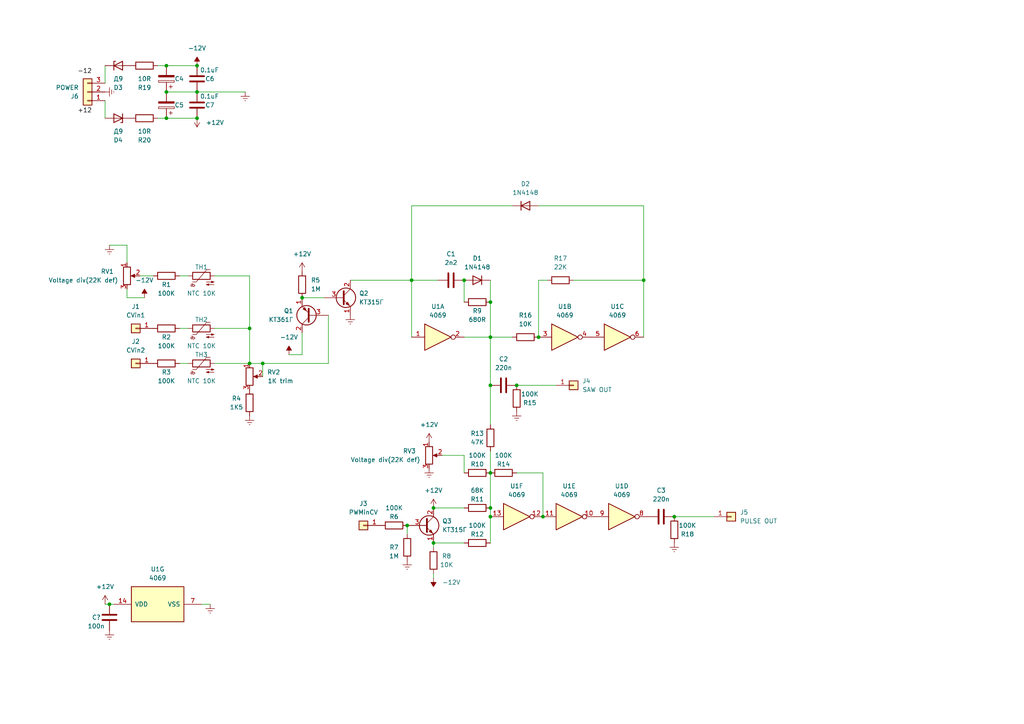
<source format=kicad_sch>
(kicad_sch (version 20211123) (generator eeschema)

  (uuid e63e39d7-6ac0-4ffd-8aa3-1841a4541b55)

  (paper "A4")

  (title_block
    (title "Осцилятор контролюємий напругою")
    (date "2022-01-02")
    (rev "0.9")
    (company "Баранов Віктор")
  )

  (lib_symbols
    (symbol "4xxx:4069" (pin_names (offset 1.016)) (in_bom yes) (on_board yes)
      (property "Reference" "U" (id 0) (at 0 1.27 0)
        (effects (font (size 1.27 1.27)))
      )
      (property "Value" "4069" (id 1) (at 0 -1.27 0)
        (effects (font (size 1.27 1.27)))
      )
      (property "Footprint" "" (id 2) (at 0 0 0)
        (effects (font (size 1.27 1.27)) hide)
      )
      (property "Datasheet" "http://www.intersil.com/content/dam/Intersil/documents/cd40/cd4069ubms.pdf" (id 3) (at 0 0 0)
        (effects (font (size 1.27 1.27)) hide)
      )
      (property "ki_locked" "" (id 4) (at 0 0 0)
        (effects (font (size 1.27 1.27)))
      )
      (property "ki_keywords" "CMOS NOT" (id 5) (at 0 0 0)
        (effects (font (size 1.27 1.27)) hide)
      )
      (property "ki_description" "Hex inverter" (id 6) (at 0 0 0)
        (effects (font (size 1.27 1.27)) hide)
      )
      (property "ki_fp_filters" "DIP?14*" (id 7) (at 0 0 0)
        (effects (font (size 1.27 1.27)) hide)
      )
      (symbol "4069_1_0"
        (polyline
          (pts
            (xy -3.81 3.81)
            (xy -3.81 -3.81)
            (xy 3.81 0)
            (xy -3.81 3.81)
          )
          (stroke (width 0.254) (type default) (color 0 0 0 0))
          (fill (type background))
        )
        (pin input line (at -7.62 0 0) (length 3.81)
          (name "~" (effects (font (size 1.27 1.27))))
          (number "1" (effects (font (size 1.27 1.27))))
        )
        (pin output inverted (at 7.62 0 180) (length 3.81)
          (name "~" (effects (font (size 1.27 1.27))))
          (number "2" (effects (font (size 1.27 1.27))))
        )
      )
      (symbol "4069_2_0"
        (polyline
          (pts
            (xy -3.81 3.81)
            (xy -3.81 -3.81)
            (xy 3.81 0)
            (xy -3.81 3.81)
          )
          (stroke (width 0.254) (type default) (color 0 0 0 0))
          (fill (type background))
        )
        (pin input line (at -7.62 0 0) (length 3.81)
          (name "~" (effects (font (size 1.27 1.27))))
          (number "3" (effects (font (size 1.27 1.27))))
        )
        (pin output inverted (at 7.62 0 180) (length 3.81)
          (name "~" (effects (font (size 1.27 1.27))))
          (number "4" (effects (font (size 1.27 1.27))))
        )
      )
      (symbol "4069_3_0"
        (polyline
          (pts
            (xy -3.81 3.81)
            (xy -3.81 -3.81)
            (xy 3.81 0)
            (xy -3.81 3.81)
          )
          (stroke (width 0.254) (type default) (color 0 0 0 0))
          (fill (type background))
        )
        (pin input line (at -7.62 0 0) (length 3.81)
          (name "~" (effects (font (size 1.27 1.27))))
          (number "5" (effects (font (size 1.27 1.27))))
        )
        (pin output inverted (at 7.62 0 180) (length 3.81)
          (name "~" (effects (font (size 1.27 1.27))))
          (number "6" (effects (font (size 1.27 1.27))))
        )
      )
      (symbol "4069_4_0"
        (polyline
          (pts
            (xy -3.81 3.81)
            (xy -3.81 -3.81)
            (xy 3.81 0)
            (xy -3.81 3.81)
          )
          (stroke (width 0.254) (type default) (color 0 0 0 0))
          (fill (type background))
        )
        (pin output inverted (at 7.62 0 180) (length 3.81)
          (name "~" (effects (font (size 1.27 1.27))))
          (number "8" (effects (font (size 1.27 1.27))))
        )
        (pin input line (at -7.62 0 0) (length 3.81)
          (name "~" (effects (font (size 1.27 1.27))))
          (number "9" (effects (font (size 1.27 1.27))))
        )
      )
      (symbol "4069_5_0"
        (polyline
          (pts
            (xy -3.81 3.81)
            (xy -3.81 -3.81)
            (xy 3.81 0)
            (xy -3.81 3.81)
          )
          (stroke (width 0.254) (type default) (color 0 0 0 0))
          (fill (type background))
        )
        (pin output inverted (at 7.62 0 180) (length 3.81)
          (name "~" (effects (font (size 1.27 1.27))))
          (number "10" (effects (font (size 1.27 1.27))))
        )
        (pin input line (at -7.62 0 0) (length 3.81)
          (name "~" (effects (font (size 1.27 1.27))))
          (number "11" (effects (font (size 1.27 1.27))))
        )
      )
      (symbol "4069_6_0"
        (polyline
          (pts
            (xy -3.81 3.81)
            (xy -3.81 -3.81)
            (xy 3.81 0)
            (xy -3.81 3.81)
          )
          (stroke (width 0.254) (type default) (color 0 0 0 0))
          (fill (type background))
        )
        (pin output inverted (at 7.62 0 180) (length 3.81)
          (name "~" (effects (font (size 1.27 1.27))))
          (number "12" (effects (font (size 1.27 1.27))))
        )
        (pin input line (at -7.62 0 0) (length 3.81)
          (name "~" (effects (font (size 1.27 1.27))))
          (number "13" (effects (font (size 1.27 1.27))))
        )
      )
      (symbol "4069_7_0"
        (pin power_in line (at 0 12.7 270) (length 5.08)
          (name "VDD" (effects (font (size 1.27 1.27))))
          (number "14" (effects (font (size 1.27 1.27))))
        )
        (pin power_in line (at 0 -12.7 90) (length 5.08)
          (name "VSS" (effects (font (size 1.27 1.27))))
          (number "7" (effects (font (size 1.27 1.27))))
        )
      )
      (symbol "4069_7_1"
        (rectangle (start -5.08 7.62) (end 5.08 -7.62)
          (stroke (width 0.254) (type default) (color 0 0 0 0))
          (fill (type background))
        )
      )
    )
    (symbol "Connector_Generic:Conn_01x01" (pin_names (offset 1.016) hide) (in_bom yes) (on_board yes)
      (property "Reference" "J" (id 0) (at 0 2.54 0)
        (effects (font (size 1.27 1.27)))
      )
      (property "Value" "Conn_01x01" (id 1) (at 0 -2.54 0)
        (effects (font (size 1.27 1.27)))
      )
      (property "Footprint" "" (id 2) (at 0 0 0)
        (effects (font (size 1.27 1.27)) hide)
      )
      (property "Datasheet" "~" (id 3) (at 0 0 0)
        (effects (font (size 1.27 1.27)) hide)
      )
      (property "ki_keywords" "connector" (id 4) (at 0 0 0)
        (effects (font (size 1.27 1.27)) hide)
      )
      (property "ki_description" "Generic connector, single row, 01x01, script generated (kicad-library-utils/schlib/autogen/connector/)" (id 5) (at 0 0 0)
        (effects (font (size 1.27 1.27)) hide)
      )
      (property "ki_fp_filters" "Connector*:*_1x??_*" (id 6) (at 0 0 0)
        (effects (font (size 1.27 1.27)) hide)
      )
      (symbol "Conn_01x01_1_1"
        (rectangle (start -1.27 0.127) (end 0 -0.127)
          (stroke (width 0.1524) (type default) (color 0 0 0 0))
          (fill (type none))
        )
        (rectangle (start -1.27 1.27) (end 1.27 -1.27)
          (stroke (width 0.254) (type default) (color 0 0 0 0))
          (fill (type background))
        )
        (pin passive line (at -5.08 0 0) (length 3.81)
          (name "Pin_1" (effects (font (size 1.27 1.27))))
          (number "1" (effects (font (size 1.27 1.27))))
        )
      )
    )
    (symbol "Connector_Generic:Conn_01x03" (pin_names (offset 1.016) hide) (in_bom yes) (on_board yes)
      (property "Reference" "J" (id 0) (at 0 5.08 0)
        (effects (font (size 1.27 1.27)))
      )
      (property "Value" "Conn_01x03" (id 1) (at 0 -5.08 0)
        (effects (font (size 1.27 1.27)))
      )
      (property "Footprint" "" (id 2) (at 0 0 0)
        (effects (font (size 1.27 1.27)) hide)
      )
      (property "Datasheet" "~" (id 3) (at 0 0 0)
        (effects (font (size 1.27 1.27)) hide)
      )
      (property "ki_keywords" "connector" (id 4) (at 0 0 0)
        (effects (font (size 1.27 1.27)) hide)
      )
      (property "ki_description" "Generic connector, single row, 01x03, script generated (kicad-library-utils/schlib/autogen/connector/)" (id 5) (at 0 0 0)
        (effects (font (size 1.27 1.27)) hide)
      )
      (property "ki_fp_filters" "Connector*:*_1x??_*" (id 6) (at 0 0 0)
        (effects (font (size 1.27 1.27)) hide)
      )
      (symbol "Conn_01x03_1_1"
        (rectangle (start -1.27 -2.413) (end 0 -2.667)
          (stroke (width 0.1524) (type default) (color 0 0 0 0))
          (fill (type none))
        )
        (rectangle (start -1.27 0.127) (end 0 -0.127)
          (stroke (width 0.1524) (type default) (color 0 0 0 0))
          (fill (type none))
        )
        (rectangle (start -1.27 2.667) (end 0 2.413)
          (stroke (width 0.1524) (type default) (color 0 0 0 0))
          (fill (type none))
        )
        (rectangle (start -1.27 3.81) (end 1.27 -3.81)
          (stroke (width 0.254) (type default) (color 0 0 0 0))
          (fill (type background))
        )
        (pin passive line (at -5.08 2.54 0) (length 3.81)
          (name "Pin_1" (effects (font (size 1.27 1.27))))
          (number "1" (effects (font (size 1.27 1.27))))
        )
        (pin passive line (at -5.08 0 0) (length 3.81)
          (name "Pin_2" (effects (font (size 1.27 1.27))))
          (number "2" (effects (font (size 1.27 1.27))))
        )
        (pin passive line (at -5.08 -2.54 0) (length 3.81)
          (name "Pin_3" (effects (font (size 1.27 1.27))))
          (number "3" (effects (font (size 1.27 1.27))))
        )
      )
    )
    (symbol "Device:C" (pin_numbers hide) (pin_names (offset 0.254)) (in_bom yes) (on_board yes)
      (property "Reference" "C" (id 0) (at 0.635 2.54 0)
        (effects (font (size 1.27 1.27)) (justify left))
      )
      (property "Value" "C" (id 1) (at 0.635 -2.54 0)
        (effects (font (size 1.27 1.27)) (justify left))
      )
      (property "Footprint" "" (id 2) (at 0.9652 -3.81 0)
        (effects (font (size 1.27 1.27)) hide)
      )
      (property "Datasheet" "~" (id 3) (at 0 0 0)
        (effects (font (size 1.27 1.27)) hide)
      )
      (property "ki_keywords" "cap capacitor" (id 4) (at 0 0 0)
        (effects (font (size 1.27 1.27)) hide)
      )
      (property "ki_description" "Unpolarized capacitor" (id 5) (at 0 0 0)
        (effects (font (size 1.27 1.27)) hide)
      )
      (property "ki_fp_filters" "C_*" (id 6) (at 0 0 0)
        (effects (font (size 1.27 1.27)) hide)
      )
      (symbol "C_0_1"
        (polyline
          (pts
            (xy -2.032 -0.762)
            (xy 2.032 -0.762)
          )
          (stroke (width 0.508) (type default) (color 0 0 0 0))
          (fill (type none))
        )
        (polyline
          (pts
            (xy -2.032 0.762)
            (xy 2.032 0.762)
          )
          (stroke (width 0.508) (type default) (color 0 0 0 0))
          (fill (type none))
        )
      )
      (symbol "C_1_1"
        (pin passive line (at 0 3.81 270) (length 2.794)
          (name "~" (effects (font (size 1.27 1.27))))
          (number "1" (effects (font (size 1.27 1.27))))
        )
        (pin passive line (at 0 -3.81 90) (length 2.794)
          (name "~" (effects (font (size 1.27 1.27))))
          (number "2" (effects (font (size 1.27 1.27))))
        )
      )
    )
    (symbol "Device:C_Polarized" (pin_numbers hide) (pin_names (offset 0.254)) (in_bom yes) (on_board yes)
      (property "Reference" "C" (id 0) (at 0.635 2.54 0)
        (effects (font (size 1.27 1.27)) (justify left))
      )
      (property "Value" "C_Polarized" (id 1) (at 0.635 -2.54 0)
        (effects (font (size 1.27 1.27)) (justify left))
      )
      (property "Footprint" "" (id 2) (at 0.9652 -3.81 0)
        (effects (font (size 1.27 1.27)) hide)
      )
      (property "Datasheet" "~" (id 3) (at 0 0 0)
        (effects (font (size 1.27 1.27)) hide)
      )
      (property "ki_keywords" "cap capacitor" (id 4) (at 0 0 0)
        (effects (font (size 1.27 1.27)) hide)
      )
      (property "ki_description" "Polarized capacitor" (id 5) (at 0 0 0)
        (effects (font (size 1.27 1.27)) hide)
      )
      (property "ki_fp_filters" "CP_*" (id 6) (at 0 0 0)
        (effects (font (size 1.27 1.27)) hide)
      )
      (symbol "C_Polarized_0_1"
        (rectangle (start -2.286 0.508) (end 2.286 1.016)
          (stroke (width 0) (type default) (color 0 0 0 0))
          (fill (type none))
        )
        (polyline
          (pts
            (xy -1.778 2.286)
            (xy -0.762 2.286)
          )
          (stroke (width 0) (type default) (color 0 0 0 0))
          (fill (type none))
        )
        (polyline
          (pts
            (xy -1.27 2.794)
            (xy -1.27 1.778)
          )
          (stroke (width 0) (type default) (color 0 0 0 0))
          (fill (type none))
        )
        (rectangle (start 2.286 -0.508) (end -2.286 -1.016)
          (stroke (width 0) (type default) (color 0 0 0 0))
          (fill (type outline))
        )
      )
      (symbol "C_Polarized_1_1"
        (pin passive line (at 0 3.81 270) (length 2.794)
          (name "~" (effects (font (size 1.27 1.27))))
          (number "1" (effects (font (size 1.27 1.27))))
        )
        (pin passive line (at 0 -3.81 90) (length 2.794)
          (name "~" (effects (font (size 1.27 1.27))))
          (number "2" (effects (font (size 1.27 1.27))))
        )
      )
    )
    (symbol "Device:Q_NPN_ECB" (pin_names (offset 0) hide) (in_bom yes) (on_board yes)
      (property "Reference" "Q" (id 0) (at 5.08 1.27 0)
        (effects (font (size 1.27 1.27)) (justify left))
      )
      (property "Value" "Q_NPN_ECB" (id 1) (at 5.08 -1.27 0)
        (effects (font (size 1.27 1.27)) (justify left))
      )
      (property "Footprint" "" (id 2) (at 5.08 2.54 0)
        (effects (font (size 1.27 1.27)) hide)
      )
      (property "Datasheet" "~" (id 3) (at 0 0 0)
        (effects (font (size 1.27 1.27)) hide)
      )
      (property "ki_keywords" "transistor NPN" (id 4) (at 0 0 0)
        (effects (font (size 1.27 1.27)) hide)
      )
      (property "ki_description" "NPN transistor, emitter/collector/base" (id 5) (at 0 0 0)
        (effects (font (size 1.27 1.27)) hide)
      )
      (symbol "Q_NPN_ECB_0_1"
        (polyline
          (pts
            (xy 0.635 0.635)
            (xy 2.54 2.54)
          )
          (stroke (width 0) (type default) (color 0 0 0 0))
          (fill (type none))
        )
        (polyline
          (pts
            (xy 0.635 -0.635)
            (xy 2.54 -2.54)
            (xy 2.54 -2.54)
          )
          (stroke (width 0) (type default) (color 0 0 0 0))
          (fill (type none))
        )
        (polyline
          (pts
            (xy 0.635 1.905)
            (xy 0.635 -1.905)
            (xy 0.635 -1.905)
          )
          (stroke (width 0.508) (type default) (color 0 0 0 0))
          (fill (type none))
        )
        (polyline
          (pts
            (xy 1.27 -1.778)
            (xy 1.778 -1.27)
            (xy 2.286 -2.286)
            (xy 1.27 -1.778)
            (xy 1.27 -1.778)
          )
          (stroke (width 0) (type default) (color 0 0 0 0))
          (fill (type outline))
        )
        (circle (center 1.27 0) (radius 2.8194)
          (stroke (width 0.254) (type default) (color 0 0 0 0))
          (fill (type none))
        )
      )
      (symbol "Q_NPN_ECB_1_1"
        (pin passive line (at 2.54 -5.08 90) (length 2.54)
          (name "E" (effects (font (size 1.27 1.27))))
          (number "1" (effects (font (size 1.27 1.27))))
        )
        (pin passive line (at 2.54 5.08 270) (length 2.54)
          (name "C" (effects (font (size 1.27 1.27))))
          (number "2" (effects (font (size 1.27 1.27))))
        )
        (pin passive line (at -5.08 0 0) (length 5.715)
          (name "B" (effects (font (size 1.27 1.27))))
          (number "3" (effects (font (size 1.27 1.27))))
        )
      )
    )
    (symbol "Device:Q_PNP_ECB" (pin_names (offset 0) hide) (in_bom yes) (on_board yes)
      (property "Reference" "Q" (id 0) (at 5.08 1.27 0)
        (effects (font (size 1.27 1.27)) (justify left))
      )
      (property "Value" "Q_PNP_ECB" (id 1) (at 5.08 -1.27 0)
        (effects (font (size 1.27 1.27)) (justify left))
      )
      (property "Footprint" "" (id 2) (at 5.08 2.54 0)
        (effects (font (size 1.27 1.27)) hide)
      )
      (property "Datasheet" "~" (id 3) (at 0 0 0)
        (effects (font (size 1.27 1.27)) hide)
      )
      (property "ki_keywords" "transistor PNP" (id 4) (at 0 0 0)
        (effects (font (size 1.27 1.27)) hide)
      )
      (property "ki_description" "PNP transistor, emitter/collector/base" (id 5) (at 0 0 0)
        (effects (font (size 1.27 1.27)) hide)
      )
      (symbol "Q_PNP_ECB_0_1"
        (polyline
          (pts
            (xy 0.635 0.635)
            (xy 2.54 2.54)
          )
          (stroke (width 0) (type default) (color 0 0 0 0))
          (fill (type none))
        )
        (polyline
          (pts
            (xy 0.635 -0.635)
            (xy 2.54 -2.54)
            (xy 2.54 -2.54)
          )
          (stroke (width 0) (type default) (color 0 0 0 0))
          (fill (type none))
        )
        (polyline
          (pts
            (xy 0.635 1.905)
            (xy 0.635 -1.905)
            (xy 0.635 -1.905)
          )
          (stroke (width 0.508) (type default) (color 0 0 0 0))
          (fill (type none))
        )
        (polyline
          (pts
            (xy 2.286 -1.778)
            (xy 1.778 -2.286)
            (xy 1.27 -1.27)
            (xy 2.286 -1.778)
            (xy 2.286 -1.778)
          )
          (stroke (width 0) (type default) (color 0 0 0 0))
          (fill (type outline))
        )
        (circle (center 1.27 0) (radius 2.8194)
          (stroke (width 0.254) (type default) (color 0 0 0 0))
          (fill (type none))
        )
      )
      (symbol "Q_PNP_ECB_1_1"
        (pin passive line (at 2.54 -5.08 90) (length 2.54)
          (name "E" (effects (font (size 1.27 1.27))))
          (number "1" (effects (font (size 1.27 1.27))))
        )
        (pin passive line (at 2.54 5.08 270) (length 2.54)
          (name "C" (effects (font (size 1.27 1.27))))
          (number "2" (effects (font (size 1.27 1.27))))
        )
        (pin input line (at -5.08 0 0) (length 5.715)
          (name "B" (effects (font (size 1.27 1.27))))
          (number "3" (effects (font (size 1.27 1.27))))
        )
      )
    )
    (symbol "Device:R" (pin_numbers hide) (pin_names (offset 0)) (in_bom yes) (on_board yes)
      (property "Reference" "R" (id 0) (at 2.032 0 90)
        (effects (font (size 1.27 1.27)))
      )
      (property "Value" "R" (id 1) (at 0 0 90)
        (effects (font (size 1.27 1.27)))
      )
      (property "Footprint" "" (id 2) (at -1.778 0 90)
        (effects (font (size 1.27 1.27)) hide)
      )
      (property "Datasheet" "~" (id 3) (at 0 0 0)
        (effects (font (size 1.27 1.27)) hide)
      )
      (property "ki_keywords" "R res resistor" (id 4) (at 0 0 0)
        (effects (font (size 1.27 1.27)) hide)
      )
      (property "ki_description" "Resistor" (id 5) (at 0 0 0)
        (effects (font (size 1.27 1.27)) hide)
      )
      (property "ki_fp_filters" "R_*" (id 6) (at 0 0 0)
        (effects (font (size 1.27 1.27)) hide)
      )
      (symbol "R_0_1"
        (rectangle (start -1.016 -2.54) (end 1.016 2.54)
          (stroke (width 0.254) (type default) (color 0 0 0 0))
          (fill (type none))
        )
      )
      (symbol "R_1_1"
        (pin passive line (at 0 3.81 270) (length 1.27)
          (name "~" (effects (font (size 1.27 1.27))))
          (number "1" (effects (font (size 1.27 1.27))))
        )
        (pin passive line (at 0 -3.81 90) (length 1.27)
          (name "~" (effects (font (size 1.27 1.27))))
          (number "2" (effects (font (size 1.27 1.27))))
        )
      )
    )
    (symbol "Device:R_Potentiometer" (pin_names (offset 1.016) hide) (in_bom yes) (on_board yes)
      (property "Reference" "RV" (id 0) (at -4.445 0 90)
        (effects (font (size 1.27 1.27)))
      )
      (property "Value" "R_Potentiometer" (id 1) (at -2.54 0 90)
        (effects (font (size 1.27 1.27)))
      )
      (property "Footprint" "" (id 2) (at 0 0 0)
        (effects (font (size 1.27 1.27)) hide)
      )
      (property "Datasheet" "~" (id 3) (at 0 0 0)
        (effects (font (size 1.27 1.27)) hide)
      )
      (property "ki_keywords" "resistor variable" (id 4) (at 0 0 0)
        (effects (font (size 1.27 1.27)) hide)
      )
      (property "ki_description" "Potentiometer" (id 5) (at 0 0 0)
        (effects (font (size 1.27 1.27)) hide)
      )
      (property "ki_fp_filters" "Potentiometer*" (id 6) (at 0 0 0)
        (effects (font (size 1.27 1.27)) hide)
      )
      (symbol "R_Potentiometer_0_1"
        (polyline
          (pts
            (xy 2.54 0)
            (xy 1.524 0)
          )
          (stroke (width 0) (type default) (color 0 0 0 0))
          (fill (type none))
        )
        (polyline
          (pts
            (xy 1.143 0)
            (xy 2.286 0.508)
            (xy 2.286 -0.508)
            (xy 1.143 0)
          )
          (stroke (width 0) (type default) (color 0 0 0 0))
          (fill (type outline))
        )
        (rectangle (start 1.016 2.54) (end -1.016 -2.54)
          (stroke (width 0.254) (type default) (color 0 0 0 0))
          (fill (type none))
        )
      )
      (symbol "R_Potentiometer_1_1"
        (pin passive line (at 0 3.81 270) (length 1.27)
          (name "1" (effects (font (size 1.27 1.27))))
          (number "1" (effects (font (size 1.27 1.27))))
        )
        (pin passive line (at 3.81 0 180) (length 1.27)
          (name "2" (effects (font (size 1.27 1.27))))
          (number "2" (effects (font (size 1.27 1.27))))
        )
        (pin passive line (at 0 -3.81 90) (length 1.27)
          (name "3" (effects (font (size 1.27 1.27))))
          (number "3" (effects (font (size 1.27 1.27))))
        )
      )
    )
    (symbol "Device:Thermistor_NTC" (pin_numbers hide) (pin_names (offset 0)) (in_bom yes) (on_board yes)
      (property "Reference" "TH" (id 0) (at -4.445 0 90)
        (effects (font (size 1.27 1.27)))
      )
      (property "Value" "Thermistor_NTC" (id 1) (at 3.175 0 90)
        (effects (font (size 1.27 1.27)))
      )
      (property "Footprint" "" (id 2) (at 0 1.27 0)
        (effects (font (size 1.27 1.27)) hide)
      )
      (property "Datasheet" "~" (id 3) (at 0 1.27 0)
        (effects (font (size 1.27 1.27)) hide)
      )
      (property "ki_keywords" "thermistor NTC resistor sensor RTD" (id 4) (at 0 0 0)
        (effects (font (size 1.27 1.27)) hide)
      )
      (property "ki_description" "Temperature dependent resistor, negative temperature coefficient" (id 5) (at 0 0 0)
        (effects (font (size 1.27 1.27)) hide)
      )
      (property "ki_fp_filters" "*NTC* *Thermistor* PIN?ARRAY* bornier* *Terminal?Block* R_*" (id 6) (at 0 0 0)
        (effects (font (size 1.27 1.27)) hide)
      )
      (symbol "Thermistor_NTC_0_1"
        (arc (start -3.048 2.159) (mid -3.0495 2.3143) (end -3.175 2.413)
          (stroke (width 0) (type default) (color 0 0 0 0))
          (fill (type none))
        )
        (arc (start -3.048 2.159) (mid -2.9736 1.9794) (end -2.794 1.905)
          (stroke (width 0) (type default) (color 0 0 0 0))
          (fill (type none))
        )
        (arc (start -3.048 2.794) (mid -2.9736 2.6144) (end -2.794 2.54)
          (stroke (width 0) (type default) (color 0 0 0 0))
          (fill (type none))
        )
        (arc (start -2.794 1.905) (mid -2.6144 1.9794) (end -2.54 2.159)
          (stroke (width 0) (type default) (color 0 0 0 0))
          (fill (type none))
        )
        (arc (start -2.794 2.54) (mid -2.4393 2.5587) (end -2.159 2.794)
          (stroke (width 0) (type default) (color 0 0 0 0))
          (fill (type none))
        )
        (arc (start -2.794 3.048) (mid -2.9736 2.9736) (end -3.048 2.794)
          (stroke (width 0) (type default) (color 0 0 0 0))
          (fill (type none))
        )
        (arc (start -2.54 2.794) (mid -2.6144 2.9736) (end -2.794 3.048)
          (stroke (width 0) (type default) (color 0 0 0 0))
          (fill (type none))
        )
        (rectangle (start -1.016 2.54) (end 1.016 -2.54)
          (stroke (width 0.254) (type default) (color 0 0 0 0))
          (fill (type none))
        )
        (polyline
          (pts
            (xy -2.54 2.159)
            (xy -2.54 2.794)
          )
          (stroke (width 0) (type default) (color 0 0 0 0))
          (fill (type none))
        )
        (polyline
          (pts
            (xy -1.778 2.54)
            (xy -1.778 1.524)
            (xy 1.778 -1.524)
            (xy 1.778 -2.54)
          )
          (stroke (width 0) (type default) (color 0 0 0 0))
          (fill (type none))
        )
        (polyline
          (pts
            (xy -2.54 -3.683)
            (xy -2.54 -1.397)
            (xy -2.794 -2.159)
            (xy -2.286 -2.159)
            (xy -2.54 -1.397)
            (xy -2.54 -1.651)
          )
          (stroke (width 0) (type default) (color 0 0 0 0))
          (fill (type outline))
        )
        (polyline
          (pts
            (xy -1.778 -1.397)
            (xy -1.778 -3.683)
            (xy -2.032 -2.921)
            (xy -1.524 -2.921)
            (xy -1.778 -3.683)
            (xy -1.778 -3.429)
          )
          (stroke (width 0) (type default) (color 0 0 0 0))
          (fill (type outline))
        )
      )
      (symbol "Thermistor_NTC_1_1"
        (pin passive line (at 0 3.81 270) (length 1.27)
          (name "~" (effects (font (size 1.27 1.27))))
          (number "1" (effects (font (size 1.27 1.27))))
        )
        (pin passive line (at 0 -3.81 90) (length 1.27)
          (name "~" (effects (font (size 1.27 1.27))))
          (number "2" (effects (font (size 1.27 1.27))))
        )
      )
    )
    (symbol "Diode:1N4148" (pin_numbers hide) (pin_names (offset 1.016) hide) (in_bom yes) (on_board yes)
      (property "Reference" "D" (id 0) (at 0 2.54 0)
        (effects (font (size 1.27 1.27)))
      )
      (property "Value" "1N4148" (id 1) (at 0 -2.54 0)
        (effects (font (size 1.27 1.27)))
      )
      (property "Footprint" "Diode_THT:D_DO-35_SOD27_P7.62mm_Horizontal" (id 2) (at 0 -4.445 0)
        (effects (font (size 1.27 1.27)) hide)
      )
      (property "Datasheet" "https://assets.nexperia.com/documents/data-sheet/1N4148_1N4448.pdf" (id 3) (at 0 0 0)
        (effects (font (size 1.27 1.27)) hide)
      )
      (property "ki_keywords" "diode" (id 4) (at 0 0 0)
        (effects (font (size 1.27 1.27)) hide)
      )
      (property "ki_description" "100V 0.15A standard switching diode, DO-35" (id 5) (at 0 0 0)
        (effects (font (size 1.27 1.27)) hide)
      )
      (property "ki_fp_filters" "D*DO?35*" (id 6) (at 0 0 0)
        (effects (font (size 1.27 1.27)) hide)
      )
      (symbol "1N4148_0_1"
        (polyline
          (pts
            (xy -1.27 1.27)
            (xy -1.27 -1.27)
          )
          (stroke (width 0.254) (type default) (color 0 0 0 0))
          (fill (type none))
        )
        (polyline
          (pts
            (xy 1.27 0)
            (xy -1.27 0)
          )
          (stroke (width 0) (type default) (color 0 0 0 0))
          (fill (type none))
        )
        (polyline
          (pts
            (xy 1.27 1.27)
            (xy 1.27 -1.27)
            (xy -1.27 0)
            (xy 1.27 1.27)
          )
          (stroke (width 0.254) (type default) (color 0 0 0 0))
          (fill (type none))
        )
      )
      (symbol "1N4148_1_1"
        (pin passive line (at -3.81 0 0) (length 2.54)
          (name "K" (effects (font (size 1.27 1.27))))
          (number "1" (effects (font (size 1.27 1.27))))
        )
        (pin passive line (at 3.81 0 180) (length 2.54)
          (name "A" (effects (font (size 1.27 1.27))))
          (number "2" (effects (font (size 1.27 1.27))))
        )
      )
    )
    (symbol "Diode:1N53xxB" (pin_numbers hide) (pin_names (offset 1.016) hide) (in_bom yes) (on_board yes)
      (property "Reference" "D" (id 0) (at 0 2.54 0)
        (effects (font (size 1.27 1.27)))
      )
      (property "Value" "1N53xxB" (id 1) (at 0 -2.54 0)
        (effects (font (size 1.27 1.27)))
      )
      (property "Footprint" "Diode_THT:D_DO-201_P15.24mm_Horizontal" (id 2) (at 0 -4.445 0)
        (effects (font (size 1.27 1.27)) hide)
      )
      (property "Datasheet" "https://diotec.com/tl_files/diotec/files/pdf/datasheets/1n5345b.pdf" (id 3) (at 0 0 0)
        (effects (font (size 1.27 1.27)) hide)
      )
      (property "ki_keywords" "zener diode" (id 4) (at 0 0 0)
        (effects (font (size 1.27 1.27)) hide)
      )
      (property "ki_description" "5000mW Zener Diode, DO-201" (id 5) (at 0 0 0)
        (effects (font (size 1.27 1.27)) hide)
      )
      (property "ki_fp_filters" "D*DO?201*" (id 6) (at 0 0 0)
        (effects (font (size 1.27 1.27)) hide)
      )
      (symbol "1N53xxB_0_1"
        (polyline
          (pts
            (xy 1.27 0)
            (xy -1.27 0)
          )
          (stroke (width 0) (type default) (color 0 0 0 0))
          (fill (type none))
        )
        (polyline
          (pts
            (xy -1.27 -1.27)
            (xy -1.27 1.27)
            (xy -0.762 1.27)
          )
          (stroke (width 0.254) (type default) (color 0 0 0 0))
          (fill (type none))
        )
        (polyline
          (pts
            (xy 1.27 -1.27)
            (xy 1.27 1.27)
            (xy -1.27 0)
            (xy 1.27 -1.27)
          )
          (stroke (width 0.254) (type default) (color 0 0 0 0))
          (fill (type none))
        )
      )
      (symbol "1N53xxB_1_1"
        (pin passive line (at -3.81 0 0) (length 2.54)
          (name "K" (effects (font (size 1.27 1.27))))
          (number "1" (effects (font (size 1.27 1.27))))
        )
        (pin passive line (at 3.81 0 180) (length 2.54)
          (name "A" (effects (font (size 1.27 1.27))))
          (number "2" (effects (font (size 1.27 1.27))))
        )
      )
    )
    (symbol "power:+12V" (power) (pin_names (offset 0)) (in_bom yes) (on_board yes)
      (property "Reference" "#PWR" (id 0) (at 0 -3.81 0)
        (effects (font (size 1.27 1.27)) hide)
      )
      (property "Value" "+12V" (id 1) (at 0 3.556 0)
        (effects (font (size 1.27 1.27)))
      )
      (property "Footprint" "" (id 2) (at 0 0 0)
        (effects (font (size 1.27 1.27)) hide)
      )
      (property "Datasheet" "" (id 3) (at 0 0 0)
        (effects (font (size 1.27 1.27)) hide)
      )
      (property "ki_keywords" "power-flag" (id 4) (at 0 0 0)
        (effects (font (size 1.27 1.27)) hide)
      )
      (property "ki_description" "Power symbol creates a global label with name \"+12V\"" (id 5) (at 0 0 0)
        (effects (font (size 1.27 1.27)) hide)
      )
      (symbol "+12V_0_1"
        (polyline
          (pts
            (xy -0.762 1.27)
            (xy 0 2.54)
          )
          (stroke (width 0) (type default) (color 0 0 0 0))
          (fill (type none))
        )
        (polyline
          (pts
            (xy 0 0)
            (xy 0 2.54)
          )
          (stroke (width 0) (type default) (color 0 0 0 0))
          (fill (type none))
        )
        (polyline
          (pts
            (xy 0 2.54)
            (xy 0.762 1.27)
          )
          (stroke (width 0) (type default) (color 0 0 0 0))
          (fill (type none))
        )
      )
      (symbol "+12V_1_1"
        (pin power_in line (at 0 0 90) (length 0) hide
          (name "+12V" (effects (font (size 1.27 1.27))))
          (number "1" (effects (font (size 1.27 1.27))))
        )
      )
    )
    (symbol "power:-12V" (power) (pin_names (offset 0)) (in_bom yes) (on_board yes)
      (property "Reference" "#PWR" (id 0) (at 0 2.54 0)
        (effects (font (size 1.27 1.27)) hide)
      )
      (property "Value" "-12V" (id 1) (at 0 3.81 0)
        (effects (font (size 1.27 1.27)))
      )
      (property "Footprint" "" (id 2) (at 0 0 0)
        (effects (font (size 1.27 1.27)) hide)
      )
      (property "Datasheet" "" (id 3) (at 0 0 0)
        (effects (font (size 1.27 1.27)) hide)
      )
      (property "ki_keywords" "power-flag" (id 4) (at 0 0 0)
        (effects (font (size 1.27 1.27)) hide)
      )
      (property "ki_description" "Power symbol creates a global label with name \"-12V\"" (id 5) (at 0 0 0)
        (effects (font (size 1.27 1.27)) hide)
      )
      (symbol "-12V_0_0"
        (pin power_in line (at 0 0 90) (length 0) hide
          (name "-12V" (effects (font (size 1.27 1.27))))
          (number "1" (effects (font (size 1.27 1.27))))
        )
      )
      (symbol "-12V_0_1"
        (polyline
          (pts
            (xy 0 0)
            (xy 0 1.27)
            (xy 0.762 1.27)
            (xy 0 2.54)
            (xy -0.762 1.27)
            (xy 0 1.27)
          )
          (stroke (width 0) (type default) (color 0 0 0 0))
          (fill (type outline))
        )
      )
    )
    (symbol "power:Earth" (power) (pin_names (offset 0)) (in_bom yes) (on_board yes)
      (property "Reference" "#PWR" (id 0) (at 0 -6.35 0)
        (effects (font (size 1.27 1.27)) hide)
      )
      (property "Value" "Earth" (id 1) (at 0 -3.81 0)
        (effects (font (size 1.27 1.27)) hide)
      )
      (property "Footprint" "" (id 2) (at 0 0 0)
        (effects (font (size 1.27 1.27)) hide)
      )
      (property "Datasheet" "~" (id 3) (at 0 0 0)
        (effects (font (size 1.27 1.27)) hide)
      )
      (property "ki_keywords" "power-flag ground gnd" (id 4) (at 0 0 0)
        (effects (font (size 1.27 1.27)) hide)
      )
      (property "ki_description" "Power symbol creates a global label with name \"Earth\"" (id 5) (at 0 0 0)
        (effects (font (size 1.27 1.27)) hide)
      )
      (symbol "Earth_0_1"
        (polyline
          (pts
            (xy -0.635 -1.905)
            (xy 0.635 -1.905)
          )
          (stroke (width 0) (type default) (color 0 0 0 0))
          (fill (type none))
        )
        (polyline
          (pts
            (xy -0.127 -2.54)
            (xy 0.127 -2.54)
          )
          (stroke (width 0) (type default) (color 0 0 0 0))
          (fill (type none))
        )
        (polyline
          (pts
            (xy 0 -1.27)
            (xy 0 0)
          )
          (stroke (width 0) (type default) (color 0 0 0 0))
          (fill (type none))
        )
        (polyline
          (pts
            (xy 1.27 -1.27)
            (xy -1.27 -1.27)
          )
          (stroke (width 0) (type default) (color 0 0 0 0))
          (fill (type none))
        )
      )
      (symbol "Earth_1_1"
        (pin power_in line (at 0 0 270) (length 0) hide
          (name "Earth" (effects (font (size 1.27 1.27))))
          (number "1" (effects (font (size 1.27 1.27))))
        )
      )
    )
  )

  (junction (at 134.62 81.28) (diameter 0) (color 0 0 0 0)
    (uuid 1018de53-b21a-4bac-a6cd-5bc271fa2b10)
  )
  (junction (at 142.24 137.16) (diameter 0) (color 0 0 0 0)
    (uuid 179d96a1-9c92-4053-8391-abbcdd373ae1)
  )
  (junction (at 87.63 86.36) (diameter 0) (color 0 0 0 0)
    (uuid 4540193a-d800-4371-a46e-e8fcf62da3ca)
  )
  (junction (at 48.26 34.29) (diameter 0) (color 0 0 0 0)
    (uuid 49476faf-ff09-41c2-ad9b-ca6d5dc88783)
  )
  (junction (at 125.73 157.48) (diameter 0) (color 0 0 0 0)
    (uuid 5b3ee24b-caac-4bcc-93c6-9ea45a035fda)
  )
  (junction (at 119.38 81.28) (diameter 0) (color 0 0 0 0)
    (uuid 610fa838-b0a1-461d-8fa9-f3d17aeffb1f)
  )
  (junction (at 142.24 97.79) (diameter 0) (color 0 0 0 0)
    (uuid 6f7723ab-9b81-43f3-b744-74764fc3ce28)
  )
  (junction (at 186.69 81.28) (diameter 0) (color 0 0 0 0)
    (uuid 73adb582-8345-419e-9354-bc9adf03d517)
  )
  (junction (at 156.21 97.79) (diameter 0) (color 0 0 0 0)
    (uuid 78957f06-c9d7-4b1d-a6d4-4e3c2da25f83)
  )
  (junction (at 57.15 34.29) (diameter 0) (color 0 0 0 0)
    (uuid 78c125bf-f804-48bc-81f4-40d38754ae96)
  )
  (junction (at 31.75 175.26) (diameter 0) (color 0 0 0 0)
    (uuid 872f7aa0-afd4-4856-8913-924a12ffc617)
  )
  (junction (at 157.48 149.86) (diameter 0) (color 0 0 0 0)
    (uuid 87996b80-a44e-49e8-8f47-46a887112270)
  )
  (junction (at 57.15 19.05) (diameter 0) (color 0 0 0 0)
    (uuid 8835732e-b53e-49f0-937a-6ed1fb67e5d2)
  )
  (junction (at 195.58 149.86) (diameter 0) (color 0 0 0 0)
    (uuid 8b782c64-cc83-4f39-bd55-2bc47cf4acd4)
  )
  (junction (at 142.24 111.76) (diameter 0) (color 0 0 0 0)
    (uuid 8e61db31-a106-4ba5-b0d1-34d26266004c)
  )
  (junction (at 57.15 26.67) (diameter 0) (color 0 0 0 0)
    (uuid 93c679a8-bafb-481e-95cf-931b31f65768)
  )
  (junction (at 118.11 152.4) (diameter 0) (color 0 0 0 0)
    (uuid ab4bb2f1-8d12-4ba0-8767-4c9083a1caf9)
  )
  (junction (at 72.39 105.41) (diameter 0) (color 0 0 0 0)
    (uuid ac118209-ecf5-4e63-8ec2-4bb5c4e00695)
  )
  (junction (at 125.73 147.32) (diameter 0) (color 0 0 0 0)
    (uuid bc161e4d-4b73-4e50-b720-84f31da3b6d3)
  )
  (junction (at 142.24 149.86) (diameter 0) (color 0 0 0 0)
    (uuid c17d23a8-524e-425c-bd86-71bbfb1213a6)
  )
  (junction (at 149.86 111.76) (diameter 0) (color 0 0 0 0)
    (uuid c4b78526-f32c-4b6f-a7ff-d019dc411a35)
  )
  (junction (at 48.26 26.67) (diameter 0) (color 0 0 0 0)
    (uuid d0e224ca-b37e-45cf-984b-71a50d8595ee)
  )
  (junction (at 76.2 105.41) (diameter 0) (color 0 0 0 0)
    (uuid d2e72b03-63c0-428d-960d-391502b48c2b)
  )
  (junction (at 72.39 95.25) (diameter 0) (color 0 0 0 0)
    (uuid db3eb57a-f0cc-4100-acfd-03c6c2d80016)
  )
  (junction (at 48.26 19.05) (diameter 0) (color 0 0 0 0)
    (uuid e4d08b27-71c6-4307-b717-ac40029986d8)
  )
  (junction (at 142.24 87.63) (diameter 0) (color 0 0 0 0)
    (uuid e7c7115f-f466-4892-8f15-32227ab644e8)
  )
  (junction (at 142.24 147.32) (diameter 0) (color 0 0 0 0)
    (uuid e812b230-3e0c-4467-8268-01d0330a579e)
  )

  (wire (pts (xy 157.48 137.16) (xy 157.48 149.86))
    (stroke (width 0) (type default) (color 0 0 0 0))
    (uuid 029e5059-9ad5-494a-8d90-429589f3af26)
  )
  (wire (pts (xy 149.86 111.76) (xy 161.29 111.76))
    (stroke (width 0) (type default) (color 0 0 0 0))
    (uuid 04ef9f76-887f-40ef-a35b-f71e09338a64)
  )
  (wire (pts (xy 83.82 102.87) (xy 87.63 102.87))
    (stroke (width 0) (type default) (color 0 0 0 0))
    (uuid 0640b112-312e-41d9-9237-9701b8352a1f)
  )
  (wire (pts (xy 156.21 59.69) (xy 186.69 59.69))
    (stroke (width 0) (type default) (color 0 0 0 0))
    (uuid 071b73ea-8ca8-4b51-981d-71989c4312c5)
  )
  (wire (pts (xy 142.24 111.76) (xy 142.24 123.19))
    (stroke (width 0) (type default) (color 0 0 0 0))
    (uuid 1261011c-a50f-47c5-898f-e9f90674cae5)
  )
  (wire (pts (xy 134.62 81.28) (xy 134.62 87.63))
    (stroke (width 0) (type default) (color 0 0 0 0))
    (uuid 1e8c9771-402c-4ba0-955a-5476f10fb943)
  )
  (wire (pts (xy 57.15 26.67) (xy 71.12 26.67))
    (stroke (width 0) (type default) (color 0 0 0 0))
    (uuid 1eb46f93-808a-4142-aed1-2e1d899c52dc)
  )
  (wire (pts (xy 30.48 175.26) (xy 31.75 175.26))
    (stroke (width 0) (type default) (color 0 0 0 0))
    (uuid 20b6838b-b944-42b8-8427-b4a8393ae967)
  )
  (wire (pts (xy 119.38 59.69) (xy 119.38 81.28))
    (stroke (width 0) (type default) (color 0 0 0 0))
    (uuid 215e7771-8923-41a7-a5d1-f76a1e5930f2)
  )
  (wire (pts (xy 57.15 34.29) (xy 48.26 34.29))
    (stroke (width 0) (type default) (color 0 0 0 0))
    (uuid 2cc3c540-8b96-4e00-9776-e2eb612c96dd)
  )
  (wire (pts (xy 62.23 80.01) (xy 72.39 80.01))
    (stroke (width 0) (type default) (color 0 0 0 0))
    (uuid 2e89f49a-2bfe-46a3-b41c-f548d8258a32)
  )
  (wire (pts (xy 142.24 149.86) (xy 142.24 157.48))
    (stroke (width 0) (type default) (color 0 0 0 0))
    (uuid 31187b6f-7348-4b6a-9050-a8ba28904918)
  )
  (wire (pts (xy 52.07 105.41) (xy 54.61 105.41))
    (stroke (width 0) (type default) (color 0 0 0 0))
    (uuid 325e01b3-7840-4329-8cea-54b8de736767)
  )
  (wire (pts (xy 31.75 175.26) (xy 33.02 175.26))
    (stroke (width 0) (type default) (color 0 0 0 0))
    (uuid 33029fbf-2fd4-4239-bd14-14e30f0f284c)
  )
  (wire (pts (xy 36.83 83.82) (xy 36.83 86.36))
    (stroke (width 0) (type default) (color 0 0 0 0))
    (uuid 3508a5e3-7830-4ab6-93ec-ccc5c4869042)
  )
  (wire (pts (xy 119.38 97.79) (xy 119.38 81.28))
    (stroke (width 0) (type default) (color 0 0 0 0))
    (uuid 3cb06573-779b-4f0a-911b-458042a355cd)
  )
  (wire (pts (xy 148.59 59.69) (xy 119.38 59.69))
    (stroke (width 0) (type default) (color 0 0 0 0))
    (uuid 3f074834-7552-4e85-acb3-38aa7e254b03)
  )
  (wire (pts (xy 57.15 19.05) (xy 48.26 19.05))
    (stroke (width 0) (type default) (color 0 0 0 0))
    (uuid 4940f2d3-8864-4224-a956-08269a870a23)
  )
  (wire (pts (xy 76.2 105.41) (xy 95.25 105.41))
    (stroke (width 0) (type default) (color 0 0 0 0))
    (uuid 49e26c30-8a72-4d58-a296-6977661ede6c)
  )
  (wire (pts (xy 30.48 24.13) (xy 30.48 19.05))
    (stroke (width 0) (type default) (color 0 0 0 0))
    (uuid 4aa576f0-0e02-4eec-be87-ee512df67026)
  )
  (wire (pts (xy 95.25 91.44) (xy 95.25 105.41))
    (stroke (width 0) (type default) (color 0 0 0 0))
    (uuid 4accc1bc-ba3c-41b3-bc2c-c80feab75f80)
  )
  (wire (pts (xy 62.23 95.25) (xy 72.39 95.25))
    (stroke (width 0) (type default) (color 0 0 0 0))
    (uuid 57fbfe4b-fc97-4404-82c2-d53f8d6e4c49)
  )
  (wire (pts (xy 48.26 34.29) (xy 45.72 34.29))
    (stroke (width 0) (type default) (color 0 0 0 0))
    (uuid 5d5dd817-9504-4f3b-9478-d68354d10d31)
  )
  (wire (pts (xy 142.24 97.79) (xy 148.59 97.79))
    (stroke (width 0) (type default) (color 0 0 0 0))
    (uuid 6aafc61c-0acc-473d-a7e1-5a097db209f1)
  )
  (wire (pts (xy 156.21 81.28) (xy 156.21 97.79))
    (stroke (width 0) (type default) (color 0 0 0 0))
    (uuid 73127461-b144-49d3-81f7-4c074da7560c)
  )
  (wire (pts (xy 101.6 81.28) (xy 119.38 81.28))
    (stroke (width 0) (type default) (color 0 0 0 0))
    (uuid 74c4309e-276b-426d-9af1-19ad8c3a78c4)
  )
  (wire (pts (xy 62.23 105.41) (xy 72.39 105.41))
    (stroke (width 0) (type default) (color 0 0 0 0))
    (uuid 7752315b-467a-4f71-a92e-025484b18537)
  )
  (wire (pts (xy 40.64 80.01) (xy 44.45 80.01))
    (stroke (width 0) (type default) (color 0 0 0 0))
    (uuid 7ef3e87c-f126-4f17-971e-c064e6411910)
  )
  (wire (pts (xy 76.2 105.41) (xy 76.2 109.22))
    (stroke (width 0) (type default) (color 0 0 0 0))
    (uuid 7fe29623-27b2-4b9f-9bb4-7986b736ccf5)
  )
  (wire (pts (xy 87.63 86.36) (xy 93.98 86.36))
    (stroke (width 0) (type default) (color 0 0 0 0))
    (uuid 829bdfa6-6b58-478b-a297-c8ca2a53f31e)
  )
  (wire (pts (xy 186.69 59.69) (xy 186.69 81.28))
    (stroke (width 0) (type default) (color 0 0 0 0))
    (uuid 861549c2-f223-467f-bae5-53196aa041a1)
  )
  (wire (pts (xy 118.11 154.94) (xy 118.11 152.4))
    (stroke (width 0) (type default) (color 0 0 0 0))
    (uuid 86759ccb-2b27-4eea-ae65-efb3c3e7633e)
  )
  (wire (pts (xy 119.38 81.28) (xy 127 81.28))
    (stroke (width 0) (type default) (color 0 0 0 0))
    (uuid 8af26693-7e92-4d66-9186-c4948da8125e)
  )
  (wire (pts (xy 125.73 157.48) (xy 134.62 157.48))
    (stroke (width 0) (type default) (color 0 0 0 0))
    (uuid 8eb48241-9575-4ef4-8778-f71516b6b78c)
  )
  (wire (pts (xy 72.39 80.01) (xy 72.39 95.25))
    (stroke (width 0) (type default) (color 0 0 0 0))
    (uuid 8ed3e6fa-5395-49e2-a0a4-e41b7d84c44f)
  )
  (wire (pts (xy 57.15 26.67) (xy 48.26 26.67))
    (stroke (width 0) (type default) (color 0 0 0 0))
    (uuid 92da0404-5b60-48fd-ac76-9d32988761e4)
  )
  (wire (pts (xy 125.73 167.64) (xy 125.73 166.37))
    (stroke (width 0) (type default) (color 0 0 0 0))
    (uuid 9e39822a-177a-45c1-97f8-4115b5731876)
  )
  (wire (pts (xy 52.07 95.25) (xy 54.61 95.25))
    (stroke (width 0) (type default) (color 0 0 0 0))
    (uuid a778061a-23e3-4fcb-a35e-f42fe5a0dee5)
  )
  (wire (pts (xy 142.24 137.16) (xy 142.24 147.32))
    (stroke (width 0) (type default) (color 0 0 0 0))
    (uuid abb5dca9-9210-4e14-95a6-989b3a22815f)
  )
  (wire (pts (xy 142.24 130.81) (xy 142.24 137.16))
    (stroke (width 0) (type default) (color 0 0 0 0))
    (uuid abe0bcce-5e02-422b-b094-5aa03a2882da)
  )
  (wire (pts (xy 125.73 147.32) (xy 134.62 147.32))
    (stroke (width 0) (type default) (color 0 0 0 0))
    (uuid b1238493-dd60-4983-a873-6dbb2e8adbb5)
  )
  (wire (pts (xy 72.39 105.41) (xy 76.2 105.41))
    (stroke (width 0) (type default) (color 0 0 0 0))
    (uuid b1c76397-519f-40c7-a045-c12d6680a1ad)
  )
  (wire (pts (xy 48.26 19.05) (xy 45.72 19.05))
    (stroke (width 0) (type default) (color 0 0 0 0))
    (uuid b38491b1-b0c0-4a33-b102-131bfa153184)
  )
  (wire (pts (xy 87.63 102.87) (xy 87.63 96.52))
    (stroke (width 0) (type default) (color 0 0 0 0))
    (uuid b79b4173-8a6c-4c5f-bc34-8365b2c09c35)
  )
  (wire (pts (xy 142.24 97.79) (xy 142.24 111.76))
    (stroke (width 0) (type default) (color 0 0 0 0))
    (uuid b7c0e523-6a4b-4008-8a76-4590f210544c)
  )
  (wire (pts (xy 128.27 132.08) (xy 134.62 132.08))
    (stroke (width 0) (type default) (color 0 0 0 0))
    (uuid b84cd7d5-7302-475e-9994-b211751245d7)
  )
  (wire (pts (xy 142.24 81.28) (xy 142.24 87.63))
    (stroke (width 0) (type default) (color 0 0 0 0))
    (uuid b9995039-3ba1-4d90-885c-83ac325d3b7c)
  )
  (wire (pts (xy 36.83 71.12) (xy 31.75 71.12))
    (stroke (width 0) (type default) (color 0 0 0 0))
    (uuid c0291d5b-d125-47f3-b14b-5a34da412879)
  )
  (wire (pts (xy 72.39 95.25) (xy 72.39 105.41))
    (stroke (width 0) (type default) (color 0 0 0 0))
    (uuid c339e2aa-2916-4ed7-ad9b-9716409389aa)
  )
  (wire (pts (xy 158.75 81.28) (xy 156.21 81.28))
    (stroke (width 0) (type default) (color 0 0 0 0))
    (uuid c6651254-9b2f-4c93-8315-87631ed77bca)
  )
  (wire (pts (xy 166.37 81.28) (xy 186.69 81.28))
    (stroke (width 0) (type default) (color 0 0 0 0))
    (uuid c7a848bb-60c0-47ed-960c-f7c6a605ba99)
  )
  (wire (pts (xy 125.73 158.75) (xy 125.73 157.48))
    (stroke (width 0) (type default) (color 0 0 0 0))
    (uuid cab3c68f-febf-40dd-b9a2-44844d345329)
  )
  (wire (pts (xy 134.62 97.79) (xy 142.24 97.79))
    (stroke (width 0) (type default) (color 0 0 0 0))
    (uuid cc34cd3c-6392-4de6-a447-297d8063c97c)
  )
  (wire (pts (xy 134.62 132.08) (xy 134.62 137.16))
    (stroke (width 0) (type default) (color 0 0 0 0))
    (uuid ccc02048-fe6a-4f4a-9b14-c49b792bee51)
  )
  (wire (pts (xy 186.69 81.28) (xy 186.69 97.79))
    (stroke (width 0) (type default) (color 0 0 0 0))
    (uuid cd058716-4160-4691-9778-f3df5289301a)
  )
  (wire (pts (xy 52.07 80.01) (xy 54.61 80.01))
    (stroke (width 0) (type default) (color 0 0 0 0))
    (uuid cfd76f33-4029-4405-b85e-839965bfcdc4)
  )
  (wire (pts (xy 36.83 86.36) (xy 41.91 86.36))
    (stroke (width 0) (type default) (color 0 0 0 0))
    (uuid dd5be219-a44a-439c-a0f5-1a5242e2fd2d)
  )
  (wire (pts (xy 36.83 76.2) (xy 36.83 71.12))
    (stroke (width 0) (type default) (color 0 0 0 0))
    (uuid e038ac96-90ac-425f-a145-cda19f402d76)
  )
  (wire (pts (xy 142.24 147.32) (xy 142.24 149.86))
    (stroke (width 0) (type default) (color 0 0 0 0))
    (uuid e4c23deb-51f7-4496-9c97-747fd8858d57)
  )
  (wire (pts (xy 60.96 175.26) (xy 58.42 175.26))
    (stroke (width 0) (type default) (color 0 0 0 0))
    (uuid e7027c15-46f8-435c-af8a-effe877f6efb)
  )
  (wire (pts (xy 149.86 137.16) (xy 157.48 137.16))
    (stroke (width 0) (type default) (color 0 0 0 0))
    (uuid ec6838e6-fdc1-4d7d-ab95-73130b47cbb3)
  )
  (wire (pts (xy 142.24 87.63) (xy 142.24 97.79))
    (stroke (width 0) (type default) (color 0 0 0 0))
    (uuid f14fab93-994a-4660-98e7-01b61836c2b0)
  )
  (wire (pts (xy 195.58 149.86) (xy 207.01 149.86))
    (stroke (width 0) (type default) (color 0 0 0 0))
    (uuid f96b91a6-8919-4eb0-a097-0425a47f6406)
  )
  (wire (pts (xy 30.48 34.29) (xy 30.48 29.21))
    (stroke (width 0) (type default) (color 0 0 0 0))
    (uuid fa5ebbf9-7e19-4d71-82da-192b307dccc0)
  )

  (label "-12" (at 26.67 21.59 180)
    (effects (font (size 1.27 1.27)) (justify right bottom))
    (uuid 06645e27-8f9f-4afa-8ad7-0fa97b6390f5)
  )
  (label "+12" (at 26.67 33.02 180)
    (effects (font (size 1.27 1.27)) (justify right bottom))
    (uuid 8ce71eb8-be80-4730-8dd8-be346529f658)
  )

  (symbol (lib_id "Connector_Generic:Conn_01x01") (at 39.37 105.41 180) (unit 1)
    (in_bom yes) (on_board yes) (fields_autoplaced)
    (uuid 02488f5b-45a6-4acf-ab8f-196d298a2311)
    (property "Reference" "J2" (id 0) (at 39.37 99.06 0))
    (property "Value" "CVin2" (id 1) (at 39.37 101.6 0))
    (property "Footprint" "Connector_PinHeader_2.54mm:PinHeader_1x01_P2.54mm_Vertical" (id 2) (at 39.37 105.41 0)
      (effects (font (size 1.27 1.27)) hide)
    )
    (property "Datasheet" "~" (id 3) (at 39.37 105.41 0)
      (effects (font (size 1.27 1.27)) hide)
    )
    (pin "1" (uuid c18d1a1e-50b6-4e7f-aedf-5e0cdffe231f))
  )

  (symbol (lib_id "power:-12V") (at 41.91 86.36 0) (unit 1)
    (in_bom yes) (on_board yes) (fields_autoplaced)
    (uuid 02870f5b-00dd-4a52-96df-af005b239b90)
    (property "Reference" "#PWR0114" (id 0) (at 41.91 83.82 0)
      (effects (font (size 1.27 1.27)) hide)
    )
    (property "Value" "-12V" (id 1) (at 41.91 81.28 0))
    (property "Footprint" "" (id 2) (at 41.91 86.36 0)
      (effects (font (size 1.27 1.27)) hide)
    )
    (property "Datasheet" "" (id 3) (at 41.91 86.36 0)
      (effects (font (size 1.27 1.27)) hide)
    )
    (pin "1" (uuid ac38ec3c-5631-415f-83bc-f64d8ec99d7f))
  )

  (symbol (lib_id "Device:R") (at 41.91 19.05 270) (unit 1)
    (in_bom yes) (on_board yes) (fields_autoplaced)
    (uuid 056723be-7fea-44aa-b6ab-b327b0611e04)
    (property "Reference" "R19" (id 0) (at 41.91 25.4 90))
    (property "Value" "10R" (id 1) (at 41.91 22.86 90))
    (property "Footprint" "Resistor_THT:R_Axial_DIN0204_L3.6mm_D1.6mm_P5.08mm_Vertical" (id 2) (at 41.91 17.272 90)
      (effects (font (size 1.27 1.27)) hide)
    )
    (property "Datasheet" "~" (id 3) (at 41.91 19.05 0)
      (effects (font (size 1.27 1.27)) hide)
    )
    (pin "1" (uuid 0e293de3-e911-4d0d-b943-87e1d3db1d7c))
    (pin "2" (uuid 9ccab61c-ff12-49df-b7e9-54a42160f810))
  )

  (symbol (lib_id "Connector_Generic:Conn_01x01") (at 105.41 152.4 180) (unit 1)
    (in_bom yes) (on_board yes) (fields_autoplaced)
    (uuid 0a782d1d-aa15-4050-8295-5c2cca0bc304)
    (property "Reference" "J3" (id 0) (at 105.41 146.05 0))
    (property "Value" "PWMinCV" (id 1) (at 105.41 148.59 0))
    (property "Footprint" "Connector_PinHeader_2.54mm:PinHeader_1x01_P2.54mm_Vertical" (id 2) (at 105.41 152.4 0)
      (effects (font (size 1.27 1.27)) hide)
    )
    (property "Datasheet" "~" (id 3) (at 105.41 152.4 0)
      (effects (font (size 1.27 1.27)) hide)
    )
    (pin "1" (uuid ee0e7964-3899-4606-9fb4-31e70659eea6))
  )

  (symbol (lib_id "Device:R") (at 152.4 97.79 90) (unit 1)
    (in_bom yes) (on_board yes) (fields_autoplaced)
    (uuid 1211e2bb-0efd-4523-84b0-55961816db33)
    (property "Reference" "R16" (id 0) (at 152.4 91.44 90))
    (property "Value" "10K" (id 1) (at 152.4 93.98 90))
    (property "Footprint" "Resistor_THT:R_Axial_DIN0207_L6.3mm_D2.5mm_P2.54mm_Vertical" (id 2) (at 152.4 99.568 90)
      (effects (font (size 1.27 1.27)) hide)
    )
    (property "Datasheet" "~" (id 3) (at 152.4 97.79 0)
      (effects (font (size 1.27 1.27)) hide)
    )
    (pin "1" (uuid af8fc178-39ba-4d28-81a3-7e00f7116ba0))
    (pin "2" (uuid e875b46d-8868-4325-ad07-a55dd0c9958e))
  )

  (symbol (lib_id "Device:R_Potentiometer") (at 124.46 132.08 0) (unit 1)
    (in_bom yes) (on_board yes)
    (uuid 152ef7df-18cf-49cd-800d-d8d3141254af)
    (property "Reference" "RV3" (id 0) (at 120.65 130.81 0)
      (effects (font (size 1.27 1.27)) (justify right))
    )
    (property "Value" "Voltage div(22K def)" (id 1) (at 121.92 133.35 0)
      (effects (font (size 1.27 1.27)) (justify right))
    )
    (property "Footprint" "Connector_PinSocket_2.54mm:PinSocket_1x03_P2.54mm_Vertical" (id 2) (at 124.46 132.08 0)
      (effects (font (size 1.27 1.27)) hide)
    )
    (property "Datasheet" "~" (id 3) (at 124.46 132.08 0)
      (effects (font (size 1.27 1.27)) hide)
    )
    (pin "1" (uuid 476d3eb2-1b95-489d-90bb-6605a105641f))
    (pin "2" (uuid b868fab8-471c-4974-9b8d-ec66bf20e4e1))
    (pin "3" (uuid 7e346b12-9154-4574-8e90-75ba9ee986ff))
  )

  (symbol (lib_id "Device:R") (at 87.63 82.55 0) (unit 1)
    (in_bom yes) (on_board yes) (fields_autoplaced)
    (uuid 1747a67e-1e16-4a19-a296-09f1ed4858ee)
    (property "Reference" "R5" (id 0) (at 90.17 81.2799 0)
      (effects (font (size 1.27 1.27)) (justify left))
    )
    (property "Value" "1M" (id 1) (at 90.17 83.8199 0)
      (effects (font (size 1.27 1.27)) (justify left))
    )
    (property "Footprint" "Resistor_THT:R_Axial_DIN0207_L6.3mm_D2.5mm_P2.54mm_Vertical" (id 2) (at 85.852 82.55 90)
      (effects (font (size 1.27 1.27)) hide)
    )
    (property "Datasheet" "~" (id 3) (at 87.63 82.55 0)
      (effects (font (size 1.27 1.27)) hide)
    )
    (pin "1" (uuid 963b9b07-91c3-44e9-89ca-abcce2578048))
    (pin "2" (uuid d214f957-a8f9-420a-b809-ae56bfc8a5bd))
  )

  (symbol (lib_id "Device:R") (at 118.11 158.75 0) (unit 1)
    (in_bom yes) (on_board yes)
    (uuid 1a5da030-05cd-41ad-b2fe-2224542333fd)
    (property "Reference" "R7" (id 0) (at 114.3 158.75 0))
    (property "Value" "1M" (id 1) (at 114.3 161.29 0))
    (property "Footprint" "Resistor_THT:R_Axial_DIN0207_L6.3mm_D2.5mm_P2.54mm_Vertical" (id 2) (at 116.332 158.75 90)
      (effects (font (size 1.27 1.27)) hide)
    )
    (property "Datasheet" "~" (id 3) (at 118.11 158.75 0)
      (effects (font (size 1.27 1.27)) hide)
    )
    (pin "1" (uuid 43eb2873-34b5-4840-ad9d-38bc4320a29a))
    (pin "2" (uuid 1cce1251-df59-4578-a37d-96a1b5760f80))
  )

  (symbol (lib_id "Device:R") (at 138.43 147.32 270) (unit 1)
    (in_bom yes) (on_board yes)
    (uuid 2491f5f6-3268-4c5c-839c-c5a79e8879ee)
    (property "Reference" "R11" (id 0) (at 138.43 144.78 90))
    (property "Value" "68K" (id 1) (at 138.43 142.24 90))
    (property "Footprint" "Resistor_THT:R_Axial_DIN0207_L6.3mm_D2.5mm_P2.54mm_Vertical" (id 2) (at 138.43 145.542 90)
      (effects (font (size 1.27 1.27)) hide)
    )
    (property "Datasheet" "~" (id 3) (at 138.43 147.32 0)
      (effects (font (size 1.27 1.27)) hide)
    )
    (pin "1" (uuid 16b4014d-959e-4215-90d6-a9a9916c87f4))
    (pin "2" (uuid 6080cd5d-dd4e-4350-8b8d-6cdd0c0a99a8))
  )

  (symbol (lib_id "Connector_Generic:Conn_01x01") (at 166.37 111.76 0) (unit 1)
    (in_bom yes) (on_board yes) (fields_autoplaced)
    (uuid 294732ac-64f4-443f-8e59-274ff5dde19f)
    (property "Reference" "J4" (id 0) (at 168.91 110.4899 0)
      (effects (font (size 1.27 1.27)) (justify left))
    )
    (property "Value" "SAW OUT" (id 1) (at 168.91 113.0299 0)
      (effects (font (size 1.27 1.27)) (justify left))
    )
    (property "Footprint" "Connector_PinHeader_2.54mm:PinHeader_1x01_P2.54mm_Vertical" (id 2) (at 166.37 111.76 0)
      (effects (font (size 1.27 1.27)) hide)
    )
    (property "Datasheet" "~" (id 3) (at 166.37 111.76 0)
      (effects (font (size 1.27 1.27)) hide)
    )
    (pin "1" (uuid 49386c9c-581c-4d7b-a3a1-bfc48c3f02e6))
  )

  (symbol (lib_id "Device:Q_NPN_ECB") (at 123.19 152.4 0) (unit 1)
    (in_bom yes) (on_board yes) (fields_autoplaced)
    (uuid 2e0bfe81-fc3b-4b5c-9a61-3e87a5b7ddf8)
    (property "Reference" "Q3" (id 0) (at 128.27 151.1299 0)
      (effects (font (size 1.27 1.27)) (justify left))
    )
    (property "Value" "КТ315Г" (id 1) (at 128.27 153.6699 0)
      (effects (font (size 1.27 1.27)) (justify left))
    )
    (property "Footprint" "Connector_PinHeader_2.54mm:PinHeader_1x03_P2.54mm_Vertical" (id 2) (at 128.27 149.86 0)
      (effects (font (size 1.27 1.27)) hide)
    )
    (property "Datasheet" "~" (id 3) (at 123.19 152.4 0)
      (effects (font (size 1.27 1.27)) hide)
    )
    (pin "1" (uuid 081e0b4f-af2b-4d90-b428-dc2f839ec23d))
    (pin "2" (uuid 52d8d116-7f00-422a-9b35-2a3557457f5f))
    (pin "3" (uuid 85ee92d8-f6bb-478a-a64e-f859dfeda731))
  )

  (symbol (lib_id "Connector_Generic:Conn_01x01") (at 212.09 149.86 0) (unit 1)
    (in_bom yes) (on_board yes) (fields_autoplaced)
    (uuid 2ec0ad70-43f5-4161-9938-56cb4f07112a)
    (property "Reference" "J5" (id 0) (at 214.63 148.5899 0)
      (effects (font (size 1.27 1.27)) (justify left))
    )
    (property "Value" "PULSE OUT" (id 1) (at 214.63 151.1299 0)
      (effects (font (size 1.27 1.27)) (justify left))
    )
    (property "Footprint" "Connector_PinHeader_2.54mm:PinHeader_1x01_P2.54mm_Vertical" (id 2) (at 212.09 149.86 0)
      (effects (font (size 1.27 1.27)) hide)
    )
    (property "Datasheet" "~" (id 3) (at 212.09 149.86 0)
      (effects (font (size 1.27 1.27)) hide)
    )
    (pin "1" (uuid 1408c568-150c-43d5-9950-36cd7fb71a29))
  )

  (symbol (lib_id "Device:R_Potentiometer") (at 36.83 80.01 0) (unit 1)
    (in_bom yes) (on_board yes)
    (uuid 33f239d3-2eea-4483-8f3d-7cb7ab330cb1)
    (property "Reference" "RV1" (id 0) (at 33.02 78.74 0)
      (effects (font (size 1.27 1.27)) (justify right))
    )
    (property "Value" "Voltage div(22K def)" (id 1) (at 34.29 81.28 0)
      (effects (font (size 1.27 1.27)) (justify right))
    )
    (property "Footprint" "Connector_PinSocket_2.54mm:PinSocket_1x03_P2.54mm_Vertical" (id 2) (at 36.83 80.01 0)
      (effects (font (size 1.27 1.27)) hide)
    )
    (property "Datasheet" "~" (id 3) (at 36.83 80.01 0)
      (effects (font (size 1.27 1.27)) hide)
    )
    (pin "1" (uuid dd55ce9f-7bcc-40cf-ba13-99f8f88b119a))
    (pin "2" (uuid 4dea13cc-62bf-4c0e-b60d-55a4c7b02f3c))
    (pin "3" (uuid 19e84d69-c7d8-4708-afe3-3e73a9ccb4d9))
  )

  (symbol (lib_id "Device:R") (at 146.05 137.16 270) (unit 1)
    (in_bom yes) (on_board yes)
    (uuid 37c2b1d6-8627-40d3-8483-67733bda8a11)
    (property "Reference" "R14" (id 0) (at 146.05 134.62 90))
    (property "Value" "100K" (id 1) (at 146.05 132.08 90))
    (property "Footprint" "Resistor_THT:R_Axial_DIN0207_L6.3mm_D2.5mm_P2.54mm_Vertical" (id 2) (at 146.05 135.382 90)
      (effects (font (size 1.27 1.27)) hide)
    )
    (property "Datasheet" "~" (id 3) (at 146.05 137.16 0)
      (effects (font (size 1.27 1.27)) hide)
    )
    (pin "1" (uuid a7ab112f-8f12-493b-95f3-a21bb1f49276))
    (pin "2" (uuid 9638d451-c162-4fb5-b180-b6d71d89ae51))
  )

  (symbol (lib_id "power:+12V") (at 87.63 78.74 0) (unit 1)
    (in_bom yes) (on_board yes) (fields_autoplaced)
    (uuid 3bf8cbe6-5cd5-4cc4-8b18-0c3e2cc6ba79)
    (property "Reference" "#PWR0115" (id 0) (at 87.63 82.55 0)
      (effects (font (size 1.27 1.27)) hide)
    )
    (property "Value" "+12V" (id 1) (at 87.63 73.66 0))
    (property "Footprint" "" (id 2) (at 87.63 78.74 0)
      (effects (font (size 1.27 1.27)) hide)
    )
    (property "Datasheet" "" (id 3) (at 87.63 78.74 0)
      (effects (font (size 1.27 1.27)) hide)
    )
    (pin "1" (uuid f47fda2f-c572-4c4b-a120-0cd033623e4f))
  )

  (symbol (lib_id "Connector_Generic:Conn_01x01") (at 39.37 95.25 180) (unit 1)
    (in_bom yes) (on_board yes) (fields_autoplaced)
    (uuid 44ba6d9a-46e1-4303-9b17-14e3513a77d3)
    (property "Reference" "J1" (id 0) (at 39.37 88.9 0))
    (property "Value" "CVin1" (id 1) (at 39.37 91.44 0))
    (property "Footprint" "Connector_PinHeader_2.54mm:PinHeader_1x01_P2.54mm_Vertical" (id 2) (at 39.37 95.25 0)
      (effects (font (size 1.27 1.27)) hide)
    )
    (property "Datasheet" "~" (id 3) (at 39.37 95.25 0)
      (effects (font (size 1.27 1.27)) hide)
    )
    (pin "1" (uuid d9a224a8-553a-40d2-ac1d-590a062cffb2))
  )

  (symbol (lib_id "Device:R") (at 138.43 87.63 90) (unit 1)
    (in_bom yes) (on_board yes)
    (uuid 4e12eec2-7795-4631-83a0-a98a85398b0c)
    (property "Reference" "R9" (id 0) (at 138.43 90.17 90))
    (property "Value" "680R" (id 1) (at 138.43 92.71 90))
    (property "Footprint" "Resistor_THT:R_Axial_DIN0207_L6.3mm_D2.5mm_P2.54mm_Vertical" (id 2) (at 138.43 89.408 90)
      (effects (font (size 1.27 1.27)) hide)
    )
    (property "Datasheet" "~" (id 3) (at 138.43 87.63 0)
      (effects (font (size 1.27 1.27)) hide)
    )
    (pin "1" (uuid 8c93f0ff-2ea9-4959-922d-90fc68acfed2))
    (pin "2" (uuid 9eeffedc-e90c-43de-9530-96e8d5d34d34))
  )

  (symbol (lib_id "Device:C_Polarized") (at 48.26 22.86 180) (unit 1)
    (in_bom yes) (on_board yes)
    (uuid 4e1d2fc9-edc0-4375-a98b-5836583ae9de)
    (property "Reference" "C4" (id 0) (at 53.34 22.86 0)
      (effects (font (size 1.27 1.27)) (justify left))
    )
    (property "Value" "" (id 1) (at 54.61 13.97 0)
      (effects (font (size 1.27 1.27)) (justify left) hide)
    )
    (property "Footprint" "" (id 2) (at 47.2948 19.05 0)
      (effects (font (size 1.27 1.27)) hide)
    )
    (property "Datasheet" "~" (id 3) (at 48.26 22.86 0)
      (effects (font (size 1.27 1.27)) hide)
    )
    (pin "1" (uuid b5028d34-e12f-499f-b890-6f0494d39b38))
    (pin "2" (uuid e55ee085-bb58-4866-aa7a-83f31a6797d2))
  )

  (symbol (lib_id "Device:R") (at 72.39 116.84 0) (unit 1)
    (in_bom yes) (on_board yes)
    (uuid 506f94ce-cf59-4bee-9d6d-3f273027736c)
    (property "Reference" "R4" (id 0) (at 68.58 115.57 0))
    (property "Value" "1K5" (id 1) (at 68.58 118.11 0))
    (property "Footprint" "Resistor_THT:R_Axial_DIN0207_L6.3mm_D2.5mm_P2.54mm_Vertical" (id 2) (at 70.612 116.84 90)
      (effects (font (size 1.27 1.27)) hide)
    )
    (property "Datasheet" "~" (id 3) (at 72.39 116.84 0)
      (effects (font (size 1.27 1.27)) hide)
    )
    (pin "1" (uuid ef0f9de1-fdd4-466b-8030-765db511c0cf))
    (pin "2" (uuid dfc6a241-57ad-469a-8f8b-8b35209d9632))
  )

  (symbol (lib_id "Device:Q_PNP_ECB") (at 90.17 91.44 180) (unit 1)
    (in_bom yes) (on_board yes) (fields_autoplaced)
    (uuid 566a418e-3479-4d50-9f01-b168d497082a)
    (property "Reference" "Q1" (id 0) (at 85.09 90.1699 0)
      (effects (font (size 1.27 1.27)) (justify left))
    )
    (property "Value" "КТ361Г" (id 1) (at 85.09 92.7099 0)
      (effects (font (size 1.27 1.27)) (justify left))
    )
    (property "Footprint" "Connector_PinHeader_2.54mm:PinHeader_1x03_P2.54mm_Vertical" (id 2) (at 85.09 93.98 0)
      (effects (font (size 1.27 1.27)) hide)
    )
    (property "Datasheet" "~" (id 3) (at 90.17 91.44 0)
      (effects (font (size 1.27 1.27)) hide)
    )
    (pin "1" (uuid a0f551d9-458e-40e1-b6fe-fc0b7a40e59b))
    (pin "2" (uuid f0311b0b-1d2c-42fe-b993-4d409ff10a3c))
    (pin "3" (uuid 083f3cbc-a7ca-40f4-992a-7c2f3a24640b))
  )

  (symbol (lib_id "Diode:1N4148") (at 138.43 81.28 180) (unit 1)
    (in_bom yes) (on_board yes) (fields_autoplaced)
    (uuid 599ff8fd-2097-4314-b929-b276bd1d20fc)
    (property "Reference" "D1" (id 0) (at 138.43 74.93 0))
    (property "Value" "1N4148" (id 1) (at 138.43 77.47 0))
    (property "Footprint" "Diode_THT:D_DO-35_SOD27_P2.54mm_Vertical_KathodeUp" (id 2) (at 138.43 76.835 0)
      (effects (font (size 1.27 1.27)) hide)
    )
    (property "Datasheet" "https://assets.nexperia.com/documents/data-sheet/1N4148_1N4448.pdf" (id 3) (at 138.43 81.28 0)
      (effects (font (size 1.27 1.27)) hide)
    )
    (pin "1" (uuid 7e970d47-7388-4e71-9b1e-924ae0cb9d20))
    (pin "2" (uuid abd838be-7290-417a-825f-9081d72b9963))
  )

  (symbol (lib_id "4xxx:4069") (at 179.07 97.79 0) (unit 3)
    (in_bom yes) (on_board yes) (fields_autoplaced)
    (uuid 59ef6ce2-45ac-469c-a048-8dda8c329f97)
    (property "Reference" "U1" (id 0) (at 179.07 88.9 0))
    (property "Value" "4069" (id 1) (at 179.07 91.44 0))
    (property "Footprint" "Package_DIP:DIP-14_W7.62mm_Socket_LongPads" (id 2) (at 179.07 97.79 0)
      (effects (font (size 1.27 1.27)) hide)
    )
    (property "Datasheet" "http://www.intersil.com/content/dam/Intersil/documents/cd40/cd4069ubms.pdf" (id 3) (at 179.07 97.79 0)
      (effects (font (size 1.27 1.27)) hide)
    )
    (pin "1" (uuid 96eb5ece-27d8-4ab5-afe7-8640e2051015))
    (pin "2" (uuid 86e8ff80-aa78-4d5e-beaa-330ad4719b0a))
    (pin "3" (uuid 7629cb9f-5c7a-4585-8c5f-2f63280a0e51))
    (pin "4" (uuid fb08eb4e-4d01-46b4-b939-0155c8ef8388))
    (pin "5" (uuid 1be57cee-9843-43f2-b029-ce77e4d23583))
    (pin "6" (uuid 12a70400-b291-4d8b-93c0-ccb9a5f9af47))
    (pin "8" (uuid 30834466-df1e-45cc-9752-de058ac1c411))
    (pin "9" (uuid c41543a3-3bad-4682-9e5f-797025664df0))
    (pin "10" (uuid 922e7e97-b300-4efc-863d-349e61465157))
    (pin "11" (uuid f1ad3f74-02d3-4eac-9cda-900ca8378735))
    (pin "12" (uuid 8ee03db8-8ad7-4bb8-92b9-76bda4b0907f))
    (pin "13" (uuid cbe4a067-825c-4c81-8a5f-290d18576059))
    (pin "14" (uuid c16eb0f2-fb9f-47b4-a16c-9ce01bbd9c9d))
    (pin "7" (uuid e7dde0d3-3ac1-418e-87d9-d9726ff40441))
  )

  (symbol (lib_id "Device:R") (at 138.43 157.48 270) (unit 1)
    (in_bom yes) (on_board yes)
    (uuid 61ede95a-5da0-409d-9e70-d67cad967fbf)
    (property "Reference" "R12" (id 0) (at 138.43 154.94 90))
    (property "Value" "100K" (id 1) (at 138.43 152.4 90))
    (property "Footprint" "Resistor_THT:R_Axial_DIN0207_L6.3mm_D2.5mm_P2.54mm_Vertical" (id 2) (at 138.43 155.702 90)
      (effects (font (size 1.27 1.27)) hide)
    )
    (property "Datasheet" "~" (id 3) (at 138.43 157.48 0)
      (effects (font (size 1.27 1.27)) hide)
    )
    (pin "1" (uuid 47a98e7f-911b-428c-9f81-3c6f6f94e340))
    (pin "2" (uuid b427ede5-c365-48fd-a75c-85740145e22d))
  )

  (symbol (lib_id "Device:C_Polarized") (at 48.26 30.48 180) (unit 1)
    (in_bom yes) (on_board yes)
    (uuid 64778712-5033-424c-87b0-35631023dd79)
    (property "Reference" "C5" (id 0) (at 53.34 30.48 0)
      (effects (font (size 1.27 1.27)) (justify left))
    )
    (property "Value" "" (id 1) (at 55.88 44.45 0)
      (effects (font (size 1.27 1.27)) (justify left) hide)
    )
    (property "Footprint" "" (id 2) (at 47.2948 26.67 0)
      (effects (font (size 1.27 1.27)) hide)
    )
    (property "Datasheet" "~" (id 3) (at 48.26 30.48 0)
      (effects (font (size 1.27 1.27)) hide)
    )
    (pin "1" (uuid eff67ea3-356c-41bc-89f6-cf4f41d98f31))
    (pin "2" (uuid 8d3a21ef-eca9-4433-af5e-acb701b3bbf7))
  )

  (symbol (lib_id "Diode:1N53xxB") (at 34.29 19.05 0) (unit 1)
    (in_bom yes) (on_board yes) (fields_autoplaced)
    (uuid 69b4a9b1-ec58-4011-a26e-83c9a57f15e2)
    (property "Reference" "D3" (id 0) (at 34.29 25.4 0))
    (property "Value" "Д9" (id 1) (at 34.29 22.86 0))
    (property "Footprint" "Diode_THT:D_DO-41_SOD81_P7.62mm_Horizontal" (id 2) (at 34.29 23.495 0)
      (effects (font (size 1.27 1.27)) hide)
    )
    (property "Datasheet" "https://diotec.com/tl_files/diotec/files/pdf/datasheets/1n5345b.pdf" (id 3) (at 34.29 19.05 0)
      (effects (font (size 1.27 1.27)) hide)
    )
    (pin "1" (uuid 9ac62fcd-5e04-439d-81b6-fc80a8ee11f1))
    (pin "2" (uuid cdb3da0b-5990-4484-b982-b5b38e0b174d))
  )

  (symbol (lib_id "Device:R") (at 162.56 81.28 90) (unit 1)
    (in_bom yes) (on_board yes) (fields_autoplaced)
    (uuid 6daea88f-7f96-43bd-b858-e2b3ad81d21a)
    (property "Reference" "R17" (id 0) (at 162.56 74.93 90))
    (property "Value" "22K" (id 1) (at 162.56 77.47 90))
    (property "Footprint" "Resistor_THT:R_Axial_DIN0207_L6.3mm_D2.5mm_P5.08mm_Vertical" (id 2) (at 162.56 83.058 90)
      (effects (font (size 1.27 1.27)) hide)
    )
    (property "Datasheet" "~" (id 3) (at 162.56 81.28 0)
      (effects (font (size 1.27 1.27)) hide)
    )
    (pin "1" (uuid 9e27ca4e-0588-44ca-a3b7-6fd200a8c359))
    (pin "2" (uuid 9089204a-42fd-443f-a394-694fb2a424c8))
  )

  (symbol (lib_id "4xxx:4069") (at 180.34 149.86 0) (unit 4)
    (in_bom yes) (on_board yes) (fields_autoplaced)
    (uuid 6ee20d1c-a46d-41e5-9769-e0e93e111749)
    (property "Reference" "U1" (id 0) (at 180.34 140.97 0))
    (property "Value" "4069" (id 1) (at 180.34 143.51 0))
    (property "Footprint" "Package_DIP:DIP-14_W7.62mm_Socket_LongPads" (id 2) (at 180.34 149.86 0)
      (effects (font (size 1.27 1.27)) hide)
    )
    (property "Datasheet" "http://www.intersil.com/content/dam/Intersil/documents/cd40/cd4069ubms.pdf" (id 3) (at 180.34 149.86 0)
      (effects (font (size 1.27 1.27)) hide)
    )
    (pin "1" (uuid 3a40cb9a-6096-4b48-bae2-62ca7cd7dbcd))
    (pin "2" (uuid 744fa3bf-042a-4e23-80b7-83021ae2aef0))
    (pin "3" (uuid 63c68231-6aa9-4356-95c8-8162109f0cbb))
    (pin "4" (uuid 70645270-a353-43c4-be7f-6de4c43aab8b))
    (pin "5" (uuid 633327ee-5c92-4cdd-8991-349aa39eaddb))
    (pin "6" (uuid 7a289eba-f626-41bf-8419-f5e4380e1684))
    (pin "8" (uuid 0d7ea15c-2362-4fab-90f8-243454047248))
    (pin "9" (uuid 2a80c087-92b7-41d9-aa30-5ded2596780f))
    (pin "10" (uuid cb34bf35-7c91-43c2-a28f-65fba630a61e))
    (pin "11" (uuid 31d2966a-64ad-4958-af20-c744c9715e5a))
    (pin "12" (uuid 63ba11bb-a8d4-4ad2-916f-bb8801f9c48e))
    (pin "13" (uuid cb6e0760-74c5-4d61-9d5c-e561e72a4768))
    (pin "14" (uuid 50c39737-c5cb-410e-ad94-5bd8f0d6cb73))
    (pin "7" (uuid f4845d12-0be5-41c4-b912-ce5c5913119c))
  )

  (symbol (lib_id "Device:C") (at 57.15 22.86 180) (unit 1)
    (in_bom yes) (on_board yes)
    (uuid 760ee12d-a9e5-4ee9-950e-e0bfd7c0cb9c)
    (property "Reference" "C6" (id 0) (at 62.23 22.86 0)
      (effects (font (size 1.27 1.27)) (justify left))
    )
    (property "Value" "0.1uF" (id 1) (at 63.5 20.32 0)
      (effects (font (size 1.27 1.27)) (justify left))
    )
    (property "Footprint" "Capacitor_THT:C_Disc_D7.5mm_W5.0mm_P10.00mm" (id 2) (at 56.1848 19.05 0)
      (effects (font (size 1.27 1.27)) hide)
    )
    (property "Datasheet" "~" (id 3) (at 57.15 22.86 0)
      (effects (font (size 1.27 1.27)) hide)
    )
    (pin "1" (uuid 20363db5-5f4a-4c3c-8899-c1a7486d8374))
    (pin "2" (uuid 59b15bee-f983-4659-952d-544136955a81))
  )

  (symbol (lib_id "Device:R") (at 142.24 127 0) (unit 1)
    (in_bom yes) (on_board yes)
    (uuid 7a91f638-1914-4003-b2e8-417aa7c7fb20)
    (property "Reference" "R13" (id 0) (at 138.43 125.73 0))
    (property "Value" "47K" (id 1) (at 138.43 128.27 0))
    (property "Footprint" "Resistor_THT:R_Axial_DIN0207_L6.3mm_D2.5mm_P2.54mm_Vertical" (id 2) (at 140.462 127 90)
      (effects (font (size 1.27 1.27)) hide)
    )
    (property "Datasheet" "~" (id 3) (at 142.24 127 0)
      (effects (font (size 1.27 1.27)) hide)
    )
    (pin "1" (uuid 9c727a67-1b1b-459a-8ec6-5b008d49b255))
    (pin "2" (uuid 47207aa3-e7dc-4270-be6a-0d2ae97a2837))
  )

  (symbol (lib_id "Device:R") (at 48.26 105.41 90) (unit 1)
    (in_bom yes) (on_board yes)
    (uuid 7b007821-5def-4c5c-9a3a-0aa4d0603ca6)
    (property "Reference" "R3" (id 0) (at 48.26 107.95 90))
    (property "Value" "100K" (id 1) (at 48.26 110.49 90))
    (property "Footprint" "Resistor_THT:R_Axial_DIN0207_L6.3mm_D2.5mm_P2.54mm_Vertical" (id 2) (at 48.26 107.188 90)
      (effects (font (size 1.27 1.27)) hide)
    )
    (property "Datasheet" "~" (id 3) (at 48.26 105.41 0)
      (effects (font (size 1.27 1.27)) hide)
    )
    (pin "1" (uuid 1aa59ba4-21bd-4593-ad5a-ab8b6ba6680f))
    (pin "2" (uuid 24f90e60-29a4-4c28-82ab-f7c7d20be437))
  )

  (symbol (lib_id "power:+12V") (at 30.48 175.26 0) (unit 1)
    (in_bom yes) (on_board yes) (fields_autoplaced)
    (uuid 7f34a81c-3ce4-48c5-8256-976c83242645)
    (property "Reference" "#PWR0109" (id 0) (at 30.48 179.07 0)
      (effects (font (size 1.27 1.27)) hide)
    )
    (property "Value" "+12V" (id 1) (at 30.48 170.18 0))
    (property "Footprint" "" (id 2) (at 30.48 175.26 0)
      (effects (font (size 1.27 1.27)) hide)
    )
    (property "Datasheet" "" (id 3) (at 30.48 175.26 0)
      (effects (font (size 1.27 1.27)) hide)
    )
    (pin "1" (uuid 45ce60de-e655-40e9-bc37-334e62945873))
  )

  (symbol (lib_id "power:Earth") (at 31.75 71.12 0) (unit 1)
    (in_bom yes) (on_board yes) (fields_autoplaced)
    (uuid 8160b251-d0f9-40f2-b131-3954dc6d8509)
    (property "Reference" "#PWR0113" (id 0) (at 31.75 77.47 0)
      (effects (font (size 1.27 1.27)) hide)
    )
    (property "Value" "Earth" (id 1) (at 31.75 74.93 0)
      (effects (font (size 1.27 1.27)) hide)
    )
    (property "Footprint" "" (id 2) (at 31.75 71.12 0)
      (effects (font (size 1.27 1.27)) hide)
    )
    (property "Datasheet" "~" (id 3) (at 31.75 71.12 0)
      (effects (font (size 1.27 1.27)) hide)
    )
    (pin "1" (uuid bf0b47a2-7ac7-4cbd-9fe8-471bba234e8d))
  )

  (symbol (lib_id "power:Earth") (at 195.58 157.48 0) (unit 1)
    (in_bom yes) (on_board yes) (fields_autoplaced)
    (uuid 8925f2ce-bb63-4866-a517-21af1b3d7fb0)
    (property "Reference" "#PWR0111" (id 0) (at 195.58 163.83 0)
      (effects (font (size 1.27 1.27)) hide)
    )
    (property "Value" "Earth" (id 1) (at 195.58 161.29 0)
      (effects (font (size 1.27 1.27)) hide)
    )
    (property "Footprint" "" (id 2) (at 195.58 157.48 0)
      (effects (font (size 1.27 1.27)) hide)
    )
    (property "Datasheet" "~" (id 3) (at 195.58 157.48 0)
      (effects (font (size 1.27 1.27)) hide)
    )
    (pin "1" (uuid f987ac04-714b-4a9d-95e7-9995aa077be4))
  )

  (symbol (lib_id "power:Earth") (at 71.12 26.67 0) (unit 1)
    (in_bom yes) (on_board yes) (fields_autoplaced)
    (uuid 902a411f-6335-4f06-8cf1-f0ed80a2cb8a)
    (property "Reference" "#PWR0118" (id 0) (at 71.12 33.02 0)
      (effects (font (size 1.27 1.27)) hide)
    )
    (property "Value" "Earth" (id 1) (at 71.12 30.48 0)
      (effects (font (size 1.27 1.27)) hide)
    )
    (property "Footprint" "" (id 2) (at 71.12 26.67 0)
      (effects (font (size 1.27 1.27)) hide)
    )
    (property "Datasheet" "~" (id 3) (at 71.12 26.67 0)
      (effects (font (size 1.27 1.27)) hide)
    )
    (pin "1" (uuid 962c5dbc-a74a-47ee-bcaa-c3aed11d8be3))
  )

  (symbol (lib_id "power:+12V") (at 57.15 34.29 180) (unit 1)
    (in_bom yes) (on_board yes) (fields_autoplaced)
    (uuid 911f9e01-2092-4b84-875e-780e655575ff)
    (property "Reference" "#PWR0119" (id 0) (at 57.15 30.48 0)
      (effects (font (size 1.27 1.27)) hide)
    )
    (property "Value" "+12V" (id 1) (at 59.69 35.5599 0)
      (effects (font (size 1.27 1.27)) (justify right))
    )
    (property "Footprint" "" (id 2) (at 57.15 34.29 0)
      (effects (font (size 1.27 1.27)) hide)
    )
    (property "Datasheet" "" (id 3) (at 57.15 34.29 0)
      (effects (font (size 1.27 1.27)) hide)
    )
    (pin "1" (uuid e85a9767-898c-491d-a13e-9857d31e1ac1))
  )

  (symbol (lib_id "power:+12V") (at 124.46 128.27 0) (unit 1)
    (in_bom yes) (on_board yes) (fields_autoplaced)
    (uuid 91adebe2-41ac-40fe-b599-bcf06239ffa4)
    (property "Reference" "#PWR0105" (id 0) (at 124.46 132.08 0)
      (effects (font (size 1.27 1.27)) hide)
    )
    (property "Value" "+12V" (id 1) (at 124.46 123.19 0))
    (property "Footprint" "" (id 2) (at 124.46 128.27 0)
      (effects (font (size 1.27 1.27)) hide)
    )
    (property "Datasheet" "" (id 3) (at 124.46 128.27 0)
      (effects (font (size 1.27 1.27)) hide)
    )
    (pin "1" (uuid a560ef0f-47c0-4534-9f37-fb4f2e5a4f59))
  )

  (symbol (lib_id "Device:C") (at 31.75 179.07 0) (unit 1)
    (in_bom yes) (on_board yes)
    (uuid 95e41869-dc4b-402e-8072-b4c77715c31d)
    (property "Reference" "C?" (id 0) (at 26.67 179.07 0)
      (effects (font (size 1.27 1.27)) (justify left))
    )
    (property "Value" "" (id 1) (at 25.4 181.61 0)
      (effects (font (size 1.27 1.27)) (justify left))
    )
    (property "Footprint" "Capacitor_THT:C_Disc_D7.5mm_W5.0mm_P10.00mm" (id 2) (at 32.7152 182.88 0)
      (effects (font (size 1.27 1.27)) hide)
    )
    (property "Datasheet" "~" (id 3) (at 31.75 179.07 0)
      (effects (font (size 1.27 1.27)) hide)
    )
    (pin "1" (uuid 9c9ac869-3baa-436d-bf2d-d78d4224b183))
    (pin "2" (uuid d6dc009b-eab0-4efa-b283-b5b9c1b8d549))
  )

  (symbol (lib_id "Diode:1N4148") (at 152.4 59.69 0) (unit 1)
    (in_bom yes) (on_board yes) (fields_autoplaced)
    (uuid 96319003-f12d-48e4-aa37-a65eb5ba28e9)
    (property "Reference" "D2" (id 0) (at 152.4 53.34 0))
    (property "Value" "1N4148" (id 1) (at 152.4 55.88 0))
    (property "Footprint" "Diode_THT:D_DO-35_SOD27_P2.54mm_Vertical_KathodeUp" (id 2) (at 152.4 64.135 0)
      (effects (font (size 1.27 1.27)) hide)
    )
    (property "Datasheet" "https://assets.nexperia.com/documents/data-sheet/1N4148_1N4448.pdf" (id 3) (at 152.4 59.69 0)
      (effects (font (size 1.27 1.27)) hide)
    )
    (pin "1" (uuid bd1ab1d0-13fd-4eb1-8967-03f923129e64))
    (pin "2" (uuid 4c57e66e-bf0b-412a-9a81-f25330763ba4))
  )

  (symbol (lib_id "Device:C") (at 191.77 149.86 90) (unit 1)
    (in_bom yes) (on_board yes) (fields_autoplaced)
    (uuid 9647edf6-7756-4aa4-b523-8fb7d068ce6c)
    (property "Reference" "C3" (id 0) (at 191.77 142.24 90))
    (property "Value" "220n" (id 1) (at 191.77 144.78 90))
    (property "Footprint" "Capacitor_THT:C_Rect_L11.0mm_W5.1mm_P10.00mm_MKT" (id 2) (at 195.58 148.8948 0)
      (effects (font (size 1.27 1.27)) hide)
    )
    (property "Datasheet" "~" (id 3) (at 191.77 149.86 0)
      (effects (font (size 1.27 1.27)) hide)
    )
    (pin "1" (uuid 8db03d77-3132-4858-9407-214fbe545e45))
    (pin "2" (uuid 47c88ade-1beb-475d-a419-4dd32b73322f))
  )

  (symbol (lib_id "Device:R") (at 195.58 153.67 180) (unit 1)
    (in_bom yes) (on_board yes)
    (uuid 96f5ebab-c1e8-4058-874c-5c9049fac143)
    (property "Reference" "R18" (id 0) (at 199.39 154.94 0))
    (property "Value" "100K" (id 1) (at 199.39 152.4 0))
    (property "Footprint" "Resistor_THT:R_Axial_DIN0207_L6.3mm_D2.5mm_P5.08mm_Vertical" (id 2) (at 197.358 153.67 90)
      (effects (font (size 1.27 1.27)) hide)
    )
    (property "Datasheet" "~" (id 3) (at 195.58 153.67 0)
      (effects (font (size 1.27 1.27)) hide)
    )
    (pin "1" (uuid 3b1d31b0-a5d7-435e-9474-f943d8dac78d))
    (pin "2" (uuid 3529eb33-fff5-4caa-ba0c-15ceeaecf6fd))
  )

  (symbol (lib_id "Connector_Generic:Conn_01x03") (at 25.4 26.67 180) (unit 1)
    (in_bom yes) (on_board yes) (fields_autoplaced)
    (uuid 9d1f795f-a256-4438-8329-39da2414d263)
    (property "Reference" "J6" (id 0) (at 22.86 27.9401 0)
      (effects (font (size 1.27 1.27)) (justify left))
    )
    (property "Value" "POWER" (id 1) (at 22.86 25.4001 0)
      (effects (font (size 1.27 1.27)) (justify left))
    )
    (property "Footprint" "Connector_PinHeader_2.54mm:PinHeader_1x03_P2.54mm_Vertical" (id 2) (at 25.4 26.67 0)
      (effects (font (size 1.27 1.27)) hide)
    )
    (property "Datasheet" "~" (id 3) (at 25.4 26.67 0)
      (effects (font (size 1.27 1.27)) hide)
    )
    (pin "1" (uuid e63638e6-a103-4ac9-b235-2a5fad31b2c5))
    (pin "2" (uuid 000ffa68-f27b-487e-bf44-292370c521d9))
    (pin "3" (uuid ccfffbef-f1d7-4fd6-8d48-50c812775370))
  )

  (symbol (lib_id "power:Earth") (at 60.96 175.26 0) (unit 1)
    (in_bom yes) (on_board yes) (fields_autoplaced)
    (uuid a20e7e13-0624-4ab1-95d1-61a0f14ff3a6)
    (property "Reference" "#PWR0110" (id 0) (at 60.96 181.61 0)
      (effects (font (size 1.27 1.27)) hide)
    )
    (property "Value" "Earth" (id 1) (at 60.96 179.07 0)
      (effects (font (size 1.27 1.27)) hide)
    )
    (property "Footprint" "" (id 2) (at 60.96 175.26 0)
      (effects (font (size 1.27 1.27)) hide)
    )
    (property "Datasheet" "~" (id 3) (at 60.96 175.26 0)
      (effects (font (size 1.27 1.27)) hide)
    )
    (pin "1" (uuid 95b65404-b96b-48a3-8915-944c6ecbbf12))
  )

  (symbol (lib_id "Device:R") (at 48.26 95.25 90) (unit 1)
    (in_bom yes) (on_board yes)
    (uuid a47fc7fc-dfab-4f10-b624-55e85f4d8639)
    (property "Reference" "R2" (id 0) (at 48.26 97.79 90))
    (property "Value" "100K" (id 1) (at 48.26 100.33 90))
    (property "Footprint" "Resistor_THT:R_Axial_DIN0207_L6.3mm_D2.5mm_P2.54mm_Vertical" (id 2) (at 48.26 97.028 90)
      (effects (font (size 1.27 1.27)) hide)
    )
    (property "Datasheet" "~" (id 3) (at 48.26 95.25 0)
      (effects (font (size 1.27 1.27)) hide)
    )
    (pin "1" (uuid 425984b0-9e60-49f4-9d55-39384bb04f51))
    (pin "2" (uuid b50e2a61-288e-4b9e-a828-31305bca70c5))
  )

  (symbol (lib_id "power:Earth") (at 31.75 182.88 0) (unit 1)
    (in_bom yes) (on_board yes) (fields_autoplaced)
    (uuid ac0d2d6d-98f5-43cb-84e1-62fede006b4b)
    (property "Reference" "#PWR?" (id 0) (at 31.75 189.23 0)
      (effects (font (size 1.27 1.27)) hide)
    )
    (property "Value" "Earth" (id 1) (at 31.75 186.69 0)
      (effects (font (size 1.27 1.27)) hide)
    )
    (property "Footprint" "" (id 2) (at 31.75 182.88 0)
      (effects (font (size 1.27 1.27)) hide)
    )
    (property "Datasheet" "~" (id 3) (at 31.75 182.88 0)
      (effects (font (size 1.27 1.27)) hide)
    )
    (pin "1" (uuid 65dc3acc-f0d9-4a03-aa80-b6ae432b4802))
  )

  (symbol (lib_id "4xxx:4069") (at 149.86 149.86 0) (unit 6)
    (in_bom yes) (on_board yes) (fields_autoplaced)
    (uuid b0027566-73aa-4cb3-ae34-33f4aa7d89c5)
    (property "Reference" "U1" (id 0) (at 149.86 140.97 0))
    (property "Value" "4069" (id 1) (at 149.86 143.51 0))
    (property "Footprint" "Package_DIP:DIP-14_W7.62mm_Socket_LongPads" (id 2) (at 149.86 149.86 0)
      (effects (font (size 1.27 1.27)) hide)
    )
    (property "Datasheet" "http://www.intersil.com/content/dam/Intersil/documents/cd40/cd4069ubms.pdf" (id 3) (at 149.86 149.86 0)
      (effects (font (size 1.27 1.27)) hide)
    )
    (pin "1" (uuid 86aa238d-5603-441f-91cf-2016857475e7))
    (pin "2" (uuid 6f7aefc6-165b-4f07-8770-d82065a6dbd9))
    (pin "3" (uuid 3e184d1d-0ed1-4966-bad3-a99086b9fdf1))
    (pin "4" (uuid 320adaf7-dc9c-419f-a01e-756c06ecdf37))
    (pin "5" (uuid d8f6b77f-bde2-4824-b9e2-53c92a41d9c6))
    (pin "6" (uuid 014f8295-6d70-452f-ab2a-4d78d17e2492))
    (pin "8" (uuid 1e091c79-0aaf-47f2-8a21-e6566940edd1))
    (pin "9" (uuid c54fb8a0-45d1-45a2-8c1a-18202c23b702))
    (pin "10" (uuid 149dc58e-d6c0-4a35-bd96-f9eaba940aac))
    (pin "11" (uuid ecac5a56-f911-4bee-84f1-e3531dc6bf8a))
    (pin "12" (uuid e3b69b93-5b26-4cf4-8fe9-2cb08e040041))
    (pin "13" (uuid 669b46a0-5bfb-4d32-a401-05ee7c9b41c4))
    (pin "14" (uuid 7e58d554-24f7-40f2-9134-b86aa46d686e))
    (pin "7" (uuid 28d5f755-ae65-42a6-882e-df3c414cf483))
  )

  (symbol (lib_id "Device:R") (at 125.73 162.56 0) (unit 1)
    (in_bom yes) (on_board yes)
    (uuid b14e90f3-6d82-4233-8fb1-db88aa2507c0)
    (property "Reference" "R8" (id 0) (at 129.54 161.29 0))
    (property "Value" "10K" (id 1) (at 129.54 163.83 0))
    (property "Footprint" "Resistor_THT:R_Axial_DIN0207_L6.3mm_D2.5mm_P2.54mm_Vertical" (id 2) (at 123.952 162.56 90)
      (effects (font (size 1.27 1.27)) hide)
    )
    (property "Datasheet" "~" (id 3) (at 125.73 162.56 0)
      (effects (font (size 1.27 1.27)) hide)
    )
    (pin "1" (uuid 3210d57e-1fdf-4f4e-b276-25f248097b7c))
    (pin "2" (uuid 47986984-1e56-49b8-b0e0-82f7b264cdaa))
  )

  (symbol (lib_id "Device:C") (at 146.05 111.76 90) (unit 1)
    (in_bom yes) (on_board yes) (fields_autoplaced)
    (uuid b17f75e7-73c0-476d-98c9-dc4db9c8d49e)
    (property "Reference" "C2" (id 0) (at 146.05 104.14 90))
    (property "Value" "220n" (id 1) (at 146.05 106.68 90))
    (property "Footprint" "Capacitor_THT:C_Rect_L11.0mm_W5.1mm_P10.00mm_MKT" (id 2) (at 149.86 110.7948 0)
      (effects (font (size 1.27 1.27)) hide)
    )
    (property "Datasheet" "~" (id 3) (at 146.05 111.76 0)
      (effects (font (size 1.27 1.27)) hide)
    )
    (pin "1" (uuid 2ecb44dd-2059-4bf5-9fcd-fdaa8d801b19))
    (pin "2" (uuid d4b980d6-abaa-46ab-9c25-feb779942b1d))
  )

  (symbol (lib_id "4xxx:4069") (at 45.72 175.26 90) (unit 7)
    (in_bom yes) (on_board yes) (fields_autoplaced)
    (uuid b1bf0979-c741-4128-a9bf-b3f4110bbcb0)
    (property "Reference" "U1" (id 0) (at 45.72 165.1 90))
    (property "Value" "4069" (id 1) (at 45.72 167.64 90))
    (property "Footprint" "Package_DIP:DIP-14_W7.62mm_Socket_LongPads" (id 2) (at 45.72 175.26 0)
      (effects (font (size 1.27 1.27)) hide)
    )
    (property "Datasheet" "http://www.intersil.com/content/dam/Intersil/documents/cd40/cd4069ubms.pdf" (id 3) (at 45.72 175.26 0)
      (effects (font (size 1.27 1.27)) hide)
    )
    (pin "1" (uuid d7a74c62-5b0d-427d-a01e-d27c49e88596))
    (pin "2" (uuid 117e929d-f17d-489e-a8a3-0b1dce8999e7))
    (pin "3" (uuid 084fb84e-0338-450c-9d77-90cba5be71e3))
    (pin "4" (uuid 22983179-553a-4f75-afc4-4b416fc70ff1))
    (pin "5" (uuid 4d2f2d8e-0514-4d74-883a-98f612442ba3))
    (pin "6" (uuid 00c6a529-9a5b-46b4-aeaf-c791e9876392))
    (pin "8" (uuid bf3951b3-b9d1-4524-b711-03b1074e3b68))
    (pin "9" (uuid ce0187de-c9dc-45a4-bce8-1f08616d9466))
    (pin "10" (uuid 5d157a0f-3ba8-4d7f-8aff-9786af9f14a7))
    (pin "11" (uuid db582f5d-f969-414e-8902-de88b250c75c))
    (pin "12" (uuid f07c86b3-c1bb-4f59-976c-9a56e03a2844))
    (pin "13" (uuid c41901fa-1220-42a8-b383-4fa632dcfa9d))
    (pin "14" (uuid c01821f2-42dd-4e90-b457-c4a35e1d2316))
    (pin "7" (uuid 9178d40e-f9a5-46cc-96b0-e76c4267341d))
  )

  (symbol (lib_id "power:Earth") (at 101.6 91.44 0) (unit 1)
    (in_bom yes) (on_board yes) (fields_autoplaced)
    (uuid b28b2171-fe93-494d-8622-30d271a5a6a3)
    (property "Reference" "#PWR0102" (id 0) (at 101.6 97.79 0)
      (effects (font (size 1.27 1.27)) hide)
    )
    (property "Value" "Earth" (id 1) (at 101.6 95.25 0)
      (effects (font (size 1.27 1.27)) hide)
    )
    (property "Footprint" "" (id 2) (at 101.6 91.44 0)
      (effects (font (size 1.27 1.27)) hide)
    )
    (property "Datasheet" "~" (id 3) (at 101.6 91.44 0)
      (effects (font (size 1.27 1.27)) hide)
    )
    (pin "1" (uuid 13e436be-ef1f-48b0-bb22-3973a8be163b))
  )

  (symbol (lib_id "4xxx:4069") (at 165.1 149.86 0) (unit 5)
    (in_bom yes) (on_board yes) (fields_autoplaced)
    (uuid b4169a8e-18b5-44ca-805a-3c8b3f7f3c21)
    (property "Reference" "U1" (id 0) (at 165.1 140.97 0))
    (property "Value" "4069" (id 1) (at 165.1 143.51 0))
    (property "Footprint" "Package_DIP:DIP-14_W7.62mm_Socket_LongPads" (id 2) (at 165.1 149.86 0)
      (effects (font (size 1.27 1.27)) hide)
    )
    (property "Datasheet" "http://www.intersil.com/content/dam/Intersil/documents/cd40/cd4069ubms.pdf" (id 3) (at 165.1 149.86 0)
      (effects (font (size 1.27 1.27)) hide)
    )
    (pin "1" (uuid 2225601c-daae-46cb-9467-08f7096b4a9f))
    (pin "2" (uuid 00705667-1998-4399-a5bf-af2ebfd82034))
    (pin "3" (uuid 8f231690-1732-47a4-90a6-90695890cfcc))
    (pin "4" (uuid 2e1ed5c9-c168-40c3-b373-b813fb2f506a))
    (pin "5" (uuid c344f906-0de8-44d1-959b-83d7cf9f3e3f))
    (pin "6" (uuid 98d9e41e-e58a-4a5d-93bd-e0f3498c6e85))
    (pin "8" (uuid 4c2fb79c-207e-4f92-8ea1-7543e9ed400d))
    (pin "9" (uuid ba884cb2-63bf-4c50-8b66-c3860de5c02e))
    (pin "10" (uuid 24c704a1-3d54-4688-8a8e-e29e75acf676))
    (pin "11" (uuid 918959b8-9288-4c0c-ae06-910b676ebb49))
    (pin "12" (uuid 501d4bce-cdc1-4f22-a879-fa6401679036))
    (pin "13" (uuid 9b533e2a-a396-4b85-abf3-b4e562338c74))
    (pin "14" (uuid 4e6870e4-1f97-40e7-8a7a-56d8572ba4b0))
    (pin "7" (uuid 14dfd598-a72d-4fe1-aa24-f16a07e972b3))
  )

  (symbol (lib_id "power:-12V") (at 57.15 19.05 0) (unit 1)
    (in_bom yes) (on_board yes) (fields_autoplaced)
    (uuid bb38c0a5-e34a-4245-9455-49a2a69c6d2d)
    (property "Reference" "#PWR0116" (id 0) (at 57.15 16.51 0)
      (effects (font (size 1.27 1.27)) hide)
    )
    (property "Value" "-12V" (id 1) (at 57.15 13.97 0))
    (property "Footprint" "" (id 2) (at 57.15 19.05 0)
      (effects (font (size 1.27 1.27)) hide)
    )
    (property "Datasheet" "" (id 3) (at 57.15 19.05 0)
      (effects (font (size 1.27 1.27)) hide)
    )
    (pin "1" (uuid 15b79aec-9e8a-4777-b625-65163be1b0b0))
  )

  (symbol (lib_id "Device:C") (at 130.81 81.28 90) (unit 1)
    (in_bom yes) (on_board yes) (fields_autoplaced)
    (uuid bbea4f30-768e-4df3-a392-fcac7f24eae6)
    (property "Reference" "C1" (id 0) (at 130.81 73.66 90))
    (property "Value" "2n2" (id 1) (at 130.81 76.2 90))
    (property "Footprint" "Capacitor_THT:C_Disc_D7.5mm_W5.0mm_P10.00mm" (id 2) (at 134.62 80.3148 0)
      (effects (font (size 1.27 1.27)) hide)
    )
    (property "Datasheet" "~" (id 3) (at 130.81 81.28 0)
      (effects (font (size 1.27 1.27)) hide)
    )
    (pin "1" (uuid 6805920d-a2e7-4494-939c-d98b587c96d0))
    (pin "2" (uuid 857482e4-83e7-4786-8116-b6171859ea7c))
  )

  (symbol (lib_id "Device:R_Potentiometer") (at 72.39 109.22 0) (unit 1)
    (in_bom yes) (on_board yes)
    (uuid bcc0d9fa-c9fe-4ce2-afdf-1a21171ab89f)
    (property "Reference" "RV2" (id 0) (at 81.28 107.95 0)
      (effects (font (size 1.27 1.27)) (justify right))
    )
    (property "Value" "1K trim" (id 1) (at 85.09 110.49 0)
      (effects (font (size 1.27 1.27)) (justify right))
    )
    (property "Footprint" "Potentiometer_THT:SP5-2" (id 2) (at 72.39 109.22 0)
      (effects (font (size 1.27 1.27)) hide)
    )
    (property "Datasheet" "~" (id 3) (at 72.39 109.22 0)
      (effects (font (size 1.27 1.27)) hide)
    )
    (pin "1" (uuid 6a3ba978-e1e8-4185-a892-44ea42f8fec7))
    (pin "2" (uuid 7f8761c7-0bee-441d-81d1-92453476d914))
    (pin "3" (uuid e8853694-27c7-4d0b-8409-da4c668260e8))
  )

  (symbol (lib_id "power:Earth") (at 124.46 135.89 0) (unit 1)
    (in_bom yes) (on_board yes) (fields_autoplaced)
    (uuid bd801c6a-8865-49aa-ae19-e59b03191952)
    (property "Reference" "#PWR0104" (id 0) (at 124.46 142.24 0)
      (effects (font (size 1.27 1.27)) hide)
    )
    (property "Value" "Earth" (id 1) (at 124.46 139.7 0)
      (effects (font (size 1.27 1.27)) hide)
    )
    (property "Footprint" "" (id 2) (at 124.46 135.89 0)
      (effects (font (size 1.27 1.27)) hide)
    )
    (property "Datasheet" "~" (id 3) (at 124.46 135.89 0)
      (effects (font (size 1.27 1.27)) hide)
    )
    (pin "1" (uuid 60b872b4-3cf9-4ac6-ac23-9b448fce4ff0))
  )

  (symbol (lib_id "Device:Thermistor_NTC") (at 58.42 80.01 90) (unit 1)
    (in_bom yes) (on_board yes)
    (uuid bf680a3d-3585-4292-9a91-d8ce636df3b2)
    (property "Reference" "TH1" (id 0) (at 58.42 77.47 90))
    (property "Value" "NTC 10K" (id 1) (at 58.42 85.09 90))
    (property "Footprint" "Resistor_THT:R_Axial_DIN0204_L3.6mm_D1.6mm_P5.08mm_Horizontal" (id 2) (at 57.15 80.01 0)
      (effects (font (size 1.27 1.27)) hide)
    )
    (property "Datasheet" "~" (id 3) (at 57.15 80.01 0)
      (effects (font (size 1.27 1.27)) hide)
    )
    (pin "1" (uuid 5133a78b-02ab-4e1a-b011-918c33149fef))
    (pin "2" (uuid abcc0346-5bc9-468a-997e-e073f0a073e4))
  )

  (symbol (lib_id "power:-12V") (at 83.82 102.87 0) (unit 1)
    (in_bom yes) (on_board yes) (fields_autoplaced)
    (uuid c25029f0-3618-4f6f-85dc-50ebe2ab34bd)
    (property "Reference" "#PWR0112" (id 0) (at 83.82 100.33 0)
      (effects (font (size 1.27 1.27)) hide)
    )
    (property "Value" "-12V" (id 1) (at 83.82 97.79 0))
    (property "Footprint" "" (id 2) (at 83.82 102.87 0)
      (effects (font (size 1.27 1.27)) hide)
    )
    (property "Datasheet" "" (id 3) (at 83.82 102.87 0)
      (effects (font (size 1.27 1.27)) hide)
    )
    (pin "1" (uuid a4e5561d-1866-476a-bbf4-e92191aab5e1))
  )

  (symbol (lib_id "power:Earth") (at 30.48 26.67 90) (unit 1)
    (in_bom yes) (on_board yes) (fields_autoplaced)
    (uuid c5493093-3847-4578-9afe-47a3dc3284da)
    (property "Reference" "#PWR0117" (id 0) (at 36.83 26.67 0)
      (effects (font (size 1.27 1.27)) hide)
    )
    (property "Value" "Earth" (id 1) (at 34.29 26.67 0)
      (effects (font (size 1.27 1.27)) hide)
    )
    (property "Footprint" "" (id 2) (at 30.48 26.67 0)
      (effects (font (size 1.27 1.27)) hide)
    )
    (property "Datasheet" "~" (id 3) (at 30.48 26.67 0)
      (effects (font (size 1.27 1.27)) hide)
    )
    (pin "1" (uuid 8bfff2a5-2143-48f9-b2b5-4e1d9b898f57))
  )

  (symbol (lib_id "Diode:1N53xxB") (at 34.29 34.29 180) (unit 1)
    (in_bom yes) (on_board yes) (fields_autoplaced)
    (uuid c6cd8f85-ee13-463f-9374-aefa98f99e41)
    (property "Reference" "D4" (id 0) (at 34.29 40.64 0))
    (property "Value" "Д9" (id 1) (at 34.29 38.1 0))
    (property "Footprint" "Diode_THT:D_DO-41_SOD81_P7.62mm_Horizontal" (id 2) (at 34.29 29.845 0)
      (effects (font (size 1.27 1.27)) hide)
    )
    (property "Datasheet" "https://diotec.com/tl_files/diotec/files/pdf/datasheets/1n5345b.pdf" (id 3) (at 34.29 34.29 0)
      (effects (font (size 1.27 1.27)) hide)
    )
    (pin "1" (uuid 8332ccbc-47c9-4bac-96b5-b2c01a75fc08))
    (pin "2" (uuid f0faf0e0-509a-4068-a3e4-4f4e8563068f))
  )

  (symbol (lib_id "power:+12V") (at 125.73 147.32 0) (unit 1)
    (in_bom yes) (on_board yes) (fields_autoplaced)
    (uuid c8b930a7-7e4d-422f-9830-51ee4aad47e3)
    (property "Reference" "#PWR0103" (id 0) (at 125.73 151.13 0)
      (effects (font (size 1.27 1.27)) hide)
    )
    (property "Value" "+12V" (id 1) (at 125.73 142.24 0))
    (property "Footprint" "" (id 2) (at 125.73 147.32 0)
      (effects (font (size 1.27 1.27)) hide)
    )
    (property "Datasheet" "" (id 3) (at 125.73 147.32 0)
      (effects (font (size 1.27 1.27)) hide)
    )
    (pin "1" (uuid ecb67789-6cd6-42c2-bf47-d249b3c9c169))
  )

  (symbol (lib_id "Device:R") (at 114.3 152.4 270) (unit 1)
    (in_bom yes) (on_board yes)
    (uuid c9fe38ca-b196-48a3-b8f2-70ed0531fb0e)
    (property "Reference" "R6" (id 0) (at 114.3 149.86 90))
    (property "Value" "100K" (id 1) (at 114.3 147.32 90))
    (property "Footprint" "Resistor_THT:R_Axial_DIN0207_L6.3mm_D2.5mm_P2.54mm_Vertical" (id 2) (at 114.3 150.622 90)
      (effects (font (size 1.27 1.27)) hide)
    )
    (property "Datasheet" "~" (id 3) (at 114.3 152.4 0)
      (effects (font (size 1.27 1.27)) hide)
    )
    (pin "1" (uuid 83068d1a-6ea2-468d-bcef-3eb5ae60d00a))
    (pin "2" (uuid 324c8d2a-23df-4458-9d23-9bbeacf3fc91))
  )

  (symbol (lib_id "Device:R") (at 149.86 115.57 180) (unit 1)
    (in_bom yes) (on_board yes)
    (uuid cd972a13-0528-464b-b974-79b5061aa985)
    (property "Reference" "R15" (id 0) (at 153.67 116.84 0))
    (property "Value" "100K" (id 1) (at 153.67 114.3 0))
    (property "Footprint" "Resistor_THT:R_Axial_DIN0207_L6.3mm_D2.5mm_P5.08mm_Vertical" (id 2) (at 151.638 115.57 90)
      (effects (font (size 1.27 1.27)) hide)
    )
    (property "Datasheet" "~" (id 3) (at 149.86 115.57 0)
      (effects (font (size 1.27 1.27)) hide)
    )
    (pin "1" (uuid 4827cd0e-99ac-41bc-9dee-9c5f1758881f))
    (pin "2" (uuid 56ce6978-c544-4b0c-a06c-4dfcebd8313c))
  )

  (symbol (lib_id "Device:Q_NPN_ECB") (at 99.06 86.36 0) (unit 1)
    (in_bom yes) (on_board yes) (fields_autoplaced)
    (uuid d411d3f3-4bcf-4531-abef-07856c507ca1)
    (property "Reference" "Q2" (id 0) (at 104.14 85.0899 0)
      (effects (font (size 1.27 1.27)) (justify left))
    )
    (property "Value" "КТ315Г" (id 1) (at 104.14 87.6299 0)
      (effects (font (size 1.27 1.27)) (justify left))
    )
    (property "Footprint" "Connector_PinHeader_2.54mm:PinHeader_1x03_P2.54mm_Vertical" (id 2) (at 104.14 83.82 0)
      (effects (font (size 1.27 1.27)) hide)
    )
    (property "Datasheet" "~" (id 3) (at 99.06 86.36 0)
      (effects (font (size 1.27 1.27)) hide)
    )
    (pin "1" (uuid 0c3508f5-3d0d-4af2-8af8-a9da71028c62))
    (pin "2" (uuid 2fc7e179-9a73-4f27-896b-d366ffb71a0c))
    (pin "3" (uuid a523feed-7923-49d0-9917-f78acf99e916))
  )

  (symbol (lib_id "Device:R") (at 41.91 34.29 270) (unit 1)
    (in_bom yes) (on_board yes) (fields_autoplaced)
    (uuid d4f39714-3d12-4669-8e75-06f20173dc6d)
    (property "Reference" "R20" (id 0) (at 41.91 40.64 90))
    (property "Value" "10R" (id 1) (at 41.91 38.1 90))
    (property "Footprint" "Resistor_THT:R_Axial_DIN0204_L3.6mm_D1.6mm_P5.08mm_Vertical" (id 2) (at 41.91 32.512 90)
      (effects (font (size 1.27 1.27)) hide)
    )
    (property "Datasheet" "~" (id 3) (at 41.91 34.29 0)
      (effects (font (size 1.27 1.27)) hide)
    )
    (pin "1" (uuid 0da25bbf-3903-411b-93be-e2673aedebb0))
    (pin "2" (uuid 8afee1f3-33ce-4c55-a0da-b902f20fdeb2))
  )

  (symbol (lib_id "Device:C") (at 57.15 30.48 180) (unit 1)
    (in_bom yes) (on_board yes)
    (uuid d5711a27-fee6-44ac-9c40-ee5460af8403)
    (property "Reference" "C7" (id 0) (at 62.23 30.48 0)
      (effects (font (size 1.27 1.27)) (justify left))
    )
    (property "Value" "0.1uF" (id 1) (at 63.5 27.94 0)
      (effects (font (size 1.27 1.27)) (justify left))
    )
    (property "Footprint" "Capacitor_THT:C_Disc_D7.5mm_W5.0mm_P10.00mm" (id 2) (at 56.1848 26.67 0)
      (effects (font (size 1.27 1.27)) hide)
    )
    (property "Datasheet" "~" (id 3) (at 57.15 30.48 0)
      (effects (font (size 1.27 1.27)) hide)
    )
    (pin "1" (uuid d2ad5bd2-0306-4cd3-83a7-0440f14bab78))
    (pin "2" (uuid 388cf743-2722-4441-88fc-20a4fe9a3f66))
  )

  (symbol (lib_id "power:Earth") (at 118.11 162.56 0) (unit 1)
    (in_bom yes) (on_board yes) (fields_autoplaced)
    (uuid d973087d-7b01-4bb8-b166-1ab82cb0cbda)
    (property "Reference" "#PWR0106" (id 0) (at 118.11 168.91 0)
      (effects (font (size 1.27 1.27)) hide)
    )
    (property "Value" "Earth" (id 1) (at 118.11 166.37 0)
      (effects (font (size 1.27 1.27)) hide)
    )
    (property "Footprint" "" (id 2) (at 118.11 162.56 0)
      (effects (font (size 1.27 1.27)) hide)
    )
    (property "Datasheet" "~" (id 3) (at 118.11 162.56 0)
      (effects (font (size 1.27 1.27)) hide)
    )
    (pin "1" (uuid d57fe80b-3e87-4526-84b7-c77eb1c3cd6b))
  )

  (symbol (lib_id "power:Earth") (at 72.39 120.65 0) (unit 1)
    (in_bom yes) (on_board yes) (fields_autoplaced)
    (uuid dc0244ae-d650-4912-982c-cf4867351fec)
    (property "Reference" "#PWR0107" (id 0) (at 72.39 127 0)
      (effects (font (size 1.27 1.27)) hide)
    )
    (property "Value" "Earth" (id 1) (at 72.39 124.46 0)
      (effects (font (size 1.27 1.27)) hide)
    )
    (property "Footprint" "" (id 2) (at 72.39 120.65 0)
      (effects (font (size 1.27 1.27)) hide)
    )
    (property "Datasheet" "~" (id 3) (at 72.39 120.65 0)
      (effects (font (size 1.27 1.27)) hide)
    )
    (pin "1" (uuid 7d175532-5afe-4383-9577-2bf67e6a9078))
  )

  (symbol (lib_id "Device:R") (at 48.26 80.01 90) (unit 1)
    (in_bom yes) (on_board yes)
    (uuid dedd1141-33d2-44f1-9d9b-1b4cd0d76d47)
    (property "Reference" "R1" (id 0) (at 48.26 82.55 90))
    (property "Value" "100K" (id 1) (at 48.26 85.09 90))
    (property "Footprint" "Resistor_THT:R_Axial_DIN0207_L6.3mm_D2.5mm_P2.54mm_Vertical" (id 2) (at 48.26 81.788 90)
      (effects (font (size 1.27 1.27)) hide)
    )
    (property "Datasheet" "~" (id 3) (at 48.26 80.01 0)
      (effects (font (size 1.27 1.27)) hide)
    )
    (pin "1" (uuid 883fba30-fb4b-4887-bfb3-87a384848385))
    (pin "2" (uuid 319a0d8a-2d26-4824-b71e-7ca8a0c7b6b6))
  )

  (symbol (lib_id "power:-12V") (at 125.73 167.64 180) (unit 1)
    (in_bom yes) (on_board yes) (fields_autoplaced)
    (uuid e31fce5d-4ab9-40be-bd2d-0c9833606330)
    (property "Reference" "#PWR0108" (id 0) (at 125.73 170.18 0)
      (effects (font (size 1.27 1.27)) hide)
    )
    (property "Value" "-12V" (id 1) (at 128.27 168.9099 0)
      (effects (font (size 1.27 1.27)) (justify right))
    )
    (property "Footprint" "" (id 2) (at 125.73 167.64 0)
      (effects (font (size 1.27 1.27)) hide)
    )
    (property "Datasheet" "" (id 3) (at 125.73 167.64 0)
      (effects (font (size 1.27 1.27)) hide)
    )
    (pin "1" (uuid 648d3f8c-f5f9-4dcf-8624-97eff284bcb1))
  )

  (symbol (lib_id "Device:Thermistor_NTC") (at 58.42 105.41 90) (unit 1)
    (in_bom yes) (on_board yes)
    (uuid e3746167-6331-4407-8501-dbe97eb4aee5)
    (property "Reference" "TH3" (id 0) (at 58.42 102.87 90))
    (property "Value" "NTC 10K" (id 1) (at 58.42 110.49 90))
    (property "Footprint" "Resistor_THT:R_Axial_DIN0204_L3.6mm_D1.6mm_P5.08mm_Horizontal" (id 2) (at 57.15 105.41 0)
      (effects (font (size 1.27 1.27)) hide)
    )
    (property "Datasheet" "~" (id 3) (at 57.15 105.41 0)
      (effects (font (size 1.27 1.27)) hide)
    )
    (pin "1" (uuid d240059c-cd70-436e-aaaf-ee75c89b6565))
    (pin "2" (uuid 7e86fe43-1ca1-49a5-8b6c-ff2482b6f808))
  )

  (symbol (lib_id "power:Earth") (at 149.86 119.38 0) (unit 1)
    (in_bom yes) (on_board yes) (fields_autoplaced)
    (uuid e4d9b6ab-f24b-414c-b014-9cb11dc1146d)
    (property "Reference" "#PWR0101" (id 0) (at 149.86 125.73 0)
      (effects (font (size 1.27 1.27)) hide)
    )
    (property "Value" "Earth" (id 1) (at 149.86 123.19 0)
      (effects (font (size 1.27 1.27)) hide)
    )
    (property "Footprint" "" (id 2) (at 149.86 119.38 0)
      (effects (font (size 1.27 1.27)) hide)
    )
    (property "Datasheet" "~" (id 3) (at 149.86 119.38 0)
      (effects (font (size 1.27 1.27)) hide)
    )
    (pin "1" (uuid 98799099-534b-4172-92f7-5b59b08db681))
  )

  (symbol (lib_id "Device:Thermistor_NTC") (at 58.42 95.25 90) (unit 1)
    (in_bom yes) (on_board yes)
    (uuid f1f0f5ff-d060-4be4-aef0-9c296f0d797d)
    (property "Reference" "TH2" (id 0) (at 58.42 92.71 90))
    (property "Value" "NTC 10K" (id 1) (at 58.42 100.33 90))
    (property "Footprint" "Resistor_THT:R_Axial_DIN0204_L3.6mm_D1.6mm_P5.08mm_Horizontal" (id 2) (at 57.15 95.25 0)
      (effects (font (size 1.27 1.27)) hide)
    )
    (property "Datasheet" "~" (id 3) (at 57.15 95.25 0)
      (effects (font (size 1.27 1.27)) hide)
    )
    (pin "1" (uuid 891734ae-fca6-4b32-a6da-411ec2f1bf5d))
    (pin "2" (uuid 8bbb079a-9ab1-4f79-80c6-0b22697e339c))
  )

  (symbol (lib_id "4xxx:4069") (at 127 97.79 0) (unit 1)
    (in_bom yes) (on_board yes) (fields_autoplaced)
    (uuid f5bf5b4a-5213-48af-a5cd-0d67969d2de6)
    (property "Reference" "U1" (id 0) (at 127 88.9 0))
    (property "Value" "4069" (id 1) (at 127 91.44 0))
    (property "Footprint" "Package_DIP:DIP-14_W7.62mm_Socket_LongPads" (id 2) (at 127 97.79 0)
      (effects (font (size 1.27 1.27)) hide)
    )
    (property "Datasheet" "http://www.intersil.com/content/dam/Intersil/documents/cd40/cd4069ubms.pdf" (id 3) (at 127 97.79 0)
      (effects (font (size 1.27 1.27)) hide)
    )
    (pin "1" (uuid f7447e92-4293-41c4-be3f-69b30aad1f17))
    (pin "2" (uuid 637f12be-fa48-4ce4-96b2-04c21a8795c8))
    (pin "3" (uuid 5ff19d63-2cb4-438b-93c4-e66d37a05329))
    (pin "4" (uuid fa00d3f4-bb71-4b1d-aa40-ae9267e2c41f))
    (pin "5" (uuid 616287d9-a51f-498c-8b91-be46a0aa3a7f))
    (pin "6" (uuid a599509f-fbb9-4db4-9adf-9e96bab1138d))
    (pin "8" (uuid 8bdea5f6-7a53-427a-92b8-fd15994c2e8c))
    (pin "9" (uuid 1cb22080-0f59-4c18-a6e6-8685ef44ec53))
    (pin "10" (uuid 701e1517-e8cf-46f4-b538-98e721c97380))
    (pin "11" (uuid 235067e2-1686-40fe-a9a0-61704311b2b1))
    (pin "12" (uuid 31f91ec8-56e4-4e08-9ccd-012652772211))
    (pin "13" (uuid be41ac9e-b8ba-4089-983b-b84269707f1c))
    (pin "14" (uuid 98861672-254d-432b-8e5a-10d885a5ffdc))
    (pin "7" (uuid 5e7c3a32-8dda-4e6a-9838-c94d1f165575))
  )

  (symbol (lib_id "Device:R") (at 138.43 137.16 270) (unit 1)
    (in_bom yes) (on_board yes)
    (uuid f942c586-5ec7-4875-9840-6b7d201e9fb2)
    (property "Reference" "R10" (id 0) (at 138.43 134.62 90))
    (property "Value" "100K" (id 1) (at 138.43 132.08 90))
    (property "Footprint" "Resistor_THT:R_Axial_DIN0207_L6.3mm_D2.5mm_P2.54mm_Vertical" (id 2) (at 138.43 135.382 90)
      (effects (font (size 1.27 1.27)) hide)
    )
    (property "Datasheet" "~" (id 3) (at 138.43 137.16 0)
      (effects (font (size 1.27 1.27)) hide)
    )
    (pin "1" (uuid 5192381f-4a5b-4940-bdc6-03c4512c8fdb))
    (pin "2" (uuid 75b47389-cff1-4ccf-aae1-931bc6b5e2b1))
  )

  (symbol (lib_id "4xxx:4069") (at 163.83 97.79 0) (unit 2)
    (in_bom yes) (on_board yes) (fields_autoplaced)
    (uuid fd71d7ce-19f7-411b-9f95-5e5cb5d86d98)
    (property "Reference" "U1" (id 0) (at 163.83 88.9 0))
    (property "Value" "4069" (id 1) (at 163.83 91.44 0))
    (property "Footprint" "Package_DIP:DIP-14_W7.62mm_Socket_LongPads" (id 2) (at 163.83 97.79 0)
      (effects (font (size 1.27 1.27)) hide)
    )
    (property "Datasheet" "http://www.intersil.com/content/dam/Intersil/documents/cd40/cd4069ubms.pdf" (id 3) (at 163.83 97.79 0)
      (effects (font (size 1.27 1.27)) hide)
    )
    (pin "1" (uuid 25f0552e-e11c-44a2-829b-0ccf4f160607))
    (pin "2" (uuid 2dd0add1-9a95-4b8c-a47a-bb7c827bbb1c))
    (pin "3" (uuid 8efb4ac1-5730-4dda-97f5-8467abb9129c))
    (pin "4" (uuid 04ecc5b9-1245-4cd5-a81b-6d27476f97b6))
    (pin "5" (uuid 4aa05282-739f-4be5-b861-04abac698d96))
    (pin "6" (uuid a0320f27-0744-407b-87d8-0c108bce1795))
    (pin "8" (uuid 29294d56-41f1-4ba6-be62-297226dcdbdf))
    (pin "9" (uuid f23ff5c1-67ee-41ec-99a6-6a21a3430465))
    (pin "10" (uuid c97ac9e6-267e-495c-9e16-6838757c4006))
    (pin "11" (uuid 75b3e860-eda3-41e8-8dba-396cd6130ad6))
    (pin "12" (uuid 64f601f9-168a-49d5-acec-502d01d3c42d))
    (pin "13" (uuid 9fdfdce1-97e8-4aba-b333-1f8d317b5f20))
    (pin "14" (uuid 3e4b4d52-ec1d-4c6c-8348-5ce6174b6e25))
    (pin "7" (uuid 65d5c78a-4863-4a6e-8ee9-7f7694e5dd47))
  )

  (sheet_instances
    (path "/" (page "1"))
  )

  (symbol_instances
    (path "/e4d9b6ab-f24b-414c-b014-9cb11dc1146d"
      (reference "#PWR0101") (unit 1) (value "Earth") (footprint "")
    )
    (path "/b28b2171-fe93-494d-8622-30d271a5a6a3"
      (reference "#PWR0102") (unit 1) (value "Earth") (footprint "")
    )
    (path "/c8b930a7-7e4d-422f-9830-51ee4aad47e3"
      (reference "#PWR0103") (unit 1) (value "+12V") (footprint "")
    )
    (path "/bd801c6a-8865-49aa-ae19-e59b03191952"
      (reference "#PWR0104") (unit 1) (value "Earth") (footprint "")
    )
    (path "/91adebe2-41ac-40fe-b599-bcf06239ffa4"
      (reference "#PWR0105") (unit 1) (value "+12V") (footprint "")
    )
    (path "/d973087d-7b01-4bb8-b166-1ab82cb0cbda"
      (reference "#PWR0106") (unit 1) (value "Earth") (footprint "")
    )
    (path "/dc0244ae-d650-4912-982c-cf4867351fec"
      (reference "#PWR0107") (unit 1) (value "Earth") (footprint "")
    )
    (path "/e31fce5d-4ab9-40be-bd2d-0c9833606330"
      (reference "#PWR0108") (unit 1) (value "-12V") (footprint "")
    )
    (path "/7f34a81c-3ce4-48c5-8256-976c83242645"
      (reference "#PWR0109") (unit 1) (value "+12V") (footprint "")
    )
    (path "/a20e7e13-0624-4ab1-95d1-61a0f14ff3a6"
      (reference "#PWR0110") (unit 1) (value "Earth") (footprint "")
    )
    (path "/8925f2ce-bb63-4866-a517-21af1b3d7fb0"
      (reference "#PWR0111") (unit 1) (value "Earth") (footprint "")
    )
    (path "/c25029f0-3618-4f6f-85dc-50ebe2ab34bd"
      (reference "#PWR0112") (unit 1) (value "-12V") (footprint "")
    )
    (path "/8160b251-d0f9-40f2-b131-3954dc6d8509"
      (reference "#PWR0113") (unit 1) (value "Earth") (footprint "")
    )
    (path "/02870f5b-00dd-4a52-96df-af005b239b90"
      (reference "#PWR0114") (unit 1) (value "-12V") (footprint "")
    )
    (path "/3bf8cbe6-5cd5-4cc4-8b18-0c3e2cc6ba79"
      (reference "#PWR0115") (unit 1) (value "+12V") (footprint "")
    )
    (path "/bb38c0a5-e34a-4245-9455-49a2a69c6d2d"
      (reference "#PWR0116") (unit 1) (value "-12V") (footprint "")
    )
    (path "/c5493093-3847-4578-9afe-47a3dc3284da"
      (reference "#PWR0117") (unit 1) (value "Earth") (footprint "")
    )
    (path "/902a411f-6335-4f06-8cf1-f0ed80a2cb8a"
      (reference "#PWR0118") (unit 1) (value "Earth") (footprint "")
    )
    (path "/911f9e01-2092-4b84-875e-780e655575ff"
      (reference "#PWR0119") (unit 1) (value "+12V") (footprint "")
    )
    (path "/ac0d2d6d-98f5-43cb-84e1-62fede006b4b"
      (reference "#PWR?") (unit 1) (value "Earth") (footprint "")
    )
    (path "/bbea4f30-768e-4df3-a392-fcac7f24eae6"
      (reference "C1") (unit 1) (value "2n2") (footprint "Capacitor_THT:C_Disc_D7.5mm_W5.0mm_P10.00mm")
    )
    (path "/b17f75e7-73c0-476d-98c9-dc4db9c8d49e"
      (reference "C2") (unit 1) (value "220n") (footprint "Capacitor_THT:C_Rect_L11.0mm_W5.1mm_P10.00mm_MKT")
    )
    (path "/9647edf6-7756-4aa4-b523-8fb7d068ce6c"
      (reference "C3") (unit 1) (value "220n") (footprint "Capacitor_THT:C_Rect_L11.0mm_W5.1mm_P10.00mm_MKT")
    )
    (path "/4e1d2fc9-edc0-4375-a98b-5836583ae9de"
      (reference "C4") (unit 1) (value "Electro.uFx16v") (footprint "Capacitor_THT:CP_Radial_D5.0mm_P2.50mm")
    )
    (path "/64778712-5033-424c-87b0-35631023dd79"
      (reference "C5") (unit 1) (value "Electro.uFx16v") (footprint "Capacitor_THT:CP_Radial_D5.0mm_P2.50mm")
    )
    (path "/760ee12d-a9e5-4ee9-950e-e0bfd7c0cb9c"
      (reference "C6") (unit 1) (value "0.1uF") (footprint "Capacitor_THT:C_Disc_D7.5mm_W5.0mm_P10.00mm")
    )
    (path "/d5711a27-fee6-44ac-9c40-ee5460af8403"
      (reference "C7") (unit 1) (value "0.1uF") (footprint "Capacitor_THT:C_Disc_D7.5mm_W5.0mm_P10.00mm")
    )
    (path "/95e41869-dc4b-402e-8072-b4c77715c31d"
      (reference "C?") (unit 1) (value "100n") (footprint "Capacitor_THT:C_Disc_D7.5mm_W5.0mm_P10.00mm")
    )
    (path "/599ff8fd-2097-4314-b929-b276bd1d20fc"
      (reference "D1") (unit 1) (value "1N4148") (footprint "Diode_THT:D_DO-35_SOD27_P2.54mm_Vertical_KathodeUp")
    )
    (path "/96319003-f12d-48e4-aa37-a65eb5ba28e9"
      (reference "D2") (unit 1) (value "1N4148") (footprint "Diode_THT:D_DO-35_SOD27_P2.54mm_Vertical_KathodeUp")
    )
    (path "/69b4a9b1-ec58-4011-a26e-83c9a57f15e2"
      (reference "D3") (unit 1) (value "Д9") (footprint "Diode_THT:D_DO-41_SOD81_P7.62mm_Horizontal")
    )
    (path "/c6cd8f85-ee13-463f-9374-aefa98f99e41"
      (reference "D4") (unit 1) (value "Д9") (footprint "Diode_THT:D_DO-41_SOD81_P7.62mm_Horizontal")
    )
    (path "/44ba6d9a-46e1-4303-9b17-14e3513a77d3"
      (reference "J1") (unit 1) (value "CVin1") (footprint "Connector_PinHeader_2.54mm:PinHeader_1x01_P2.54mm_Vertical")
    )
    (path "/02488f5b-45a6-4acf-ab8f-196d298a2311"
      (reference "J2") (unit 1) (value "CVin2") (footprint "Connector_PinHeader_2.54mm:PinHeader_1x01_P2.54mm_Vertical")
    )
    (path "/0a782d1d-aa15-4050-8295-5c2cca0bc304"
      (reference "J3") (unit 1) (value "PWMinCV") (footprint "Connector_PinHeader_2.54mm:PinHeader_1x01_P2.54mm_Vertical")
    )
    (path "/294732ac-64f4-443f-8e59-274ff5dde19f"
      (reference "J4") (unit 1) (value "SAW OUT") (footprint "Connector_PinHeader_2.54mm:PinHeader_1x01_P2.54mm_Vertical")
    )
    (path "/2ec0ad70-43f5-4161-9938-56cb4f07112a"
      (reference "J5") (unit 1) (value "PULSE OUT") (footprint "Connector_PinHeader_2.54mm:PinHeader_1x01_P2.54mm_Vertical")
    )
    (path "/9d1f795f-a256-4438-8329-39da2414d263"
      (reference "J6") (unit 1) (value "POWER") (footprint "Connector_PinHeader_2.54mm:PinHeader_1x03_P2.54mm_Vertical")
    )
    (path "/566a418e-3479-4d50-9f01-b168d497082a"
      (reference "Q1") (unit 1) (value "КТ361Г") (footprint "Connector_PinHeader_2.54mm:PinHeader_1x03_P2.54mm_Vertical")
    )
    (path "/d411d3f3-4bcf-4531-abef-07856c507ca1"
      (reference "Q2") (unit 1) (value "КТ315Г") (footprint "Connector_PinHeader_2.54mm:PinHeader_1x03_P2.54mm_Vertical")
    )
    (path "/2e0bfe81-fc3b-4b5c-9a61-3e87a5b7ddf8"
      (reference "Q3") (unit 1) (value "КТ315Г") (footprint "Connector_PinHeader_2.54mm:PinHeader_1x03_P2.54mm_Vertical")
    )
    (path "/dedd1141-33d2-44f1-9d9b-1b4cd0d76d47"
      (reference "R1") (unit 1) (value "100K") (footprint "Resistor_THT:R_Axial_DIN0207_L6.3mm_D2.5mm_P2.54mm_Vertical")
    )
    (path "/a47fc7fc-dfab-4f10-b624-55e85f4d8639"
      (reference "R2") (unit 1) (value "100K") (footprint "Resistor_THT:R_Axial_DIN0207_L6.3mm_D2.5mm_P2.54mm_Vertical")
    )
    (path "/7b007821-5def-4c5c-9a3a-0aa4d0603ca6"
      (reference "R3") (unit 1) (value "100K") (footprint "Resistor_THT:R_Axial_DIN0207_L6.3mm_D2.5mm_P2.54mm_Vertical")
    )
    (path "/506f94ce-cf59-4bee-9d6d-3f273027736c"
      (reference "R4") (unit 1) (value "1K5") (footprint "Resistor_THT:R_Axial_DIN0207_L6.3mm_D2.5mm_P2.54mm_Vertical")
    )
    (path "/1747a67e-1e16-4a19-a296-09f1ed4858ee"
      (reference "R5") (unit 1) (value "1M") (footprint "Resistor_THT:R_Axial_DIN0207_L6.3mm_D2.5mm_P2.54mm_Vertical")
    )
    (path "/c9fe38ca-b196-48a3-b8f2-70ed0531fb0e"
      (reference "R6") (unit 1) (value "100K") (footprint "Resistor_THT:R_Axial_DIN0207_L6.3mm_D2.5mm_P2.54mm_Vertical")
    )
    (path "/1a5da030-05cd-41ad-b2fe-2224542333fd"
      (reference "R7") (unit 1) (value "1M") (footprint "Resistor_THT:R_Axial_DIN0207_L6.3mm_D2.5mm_P2.54mm_Vertical")
    )
    (path "/b14e90f3-6d82-4233-8fb1-db88aa2507c0"
      (reference "R8") (unit 1) (value "10K") (footprint "Resistor_THT:R_Axial_DIN0207_L6.3mm_D2.5mm_P2.54mm_Vertical")
    )
    (path "/4e12eec2-7795-4631-83a0-a98a85398b0c"
      (reference "R9") (unit 1) (value "680R") (footprint "Resistor_THT:R_Axial_DIN0207_L6.3mm_D2.5mm_P2.54mm_Vertical")
    )
    (path "/f942c586-5ec7-4875-9840-6b7d201e9fb2"
      (reference "R10") (unit 1) (value "100K") (footprint "Resistor_THT:R_Axial_DIN0207_L6.3mm_D2.5mm_P2.54mm_Vertical")
    )
    (path "/2491f5f6-3268-4c5c-839c-c5a79e8879ee"
      (reference "R11") (unit 1) (value "68K") (footprint "Resistor_THT:R_Axial_DIN0207_L6.3mm_D2.5mm_P2.54mm_Vertical")
    )
    (path "/61ede95a-5da0-409d-9e70-d67cad967fbf"
      (reference "R12") (unit 1) (value "100K") (footprint "Resistor_THT:R_Axial_DIN0207_L6.3mm_D2.5mm_P2.54mm_Vertical")
    )
    (path "/7a91f638-1914-4003-b2e8-417aa7c7fb20"
      (reference "R13") (unit 1) (value "47K") (footprint "Resistor_THT:R_Axial_DIN0207_L6.3mm_D2.5mm_P2.54mm_Vertical")
    )
    (path "/37c2b1d6-8627-40d3-8483-67733bda8a11"
      (reference "R14") (unit 1) (value "100K") (footprint "Resistor_THT:R_Axial_DIN0207_L6.3mm_D2.5mm_P2.54mm_Vertical")
    )
    (path "/cd972a13-0528-464b-b974-79b5061aa985"
      (reference "R15") (unit 1) (value "100K") (footprint "Resistor_THT:R_Axial_DIN0207_L6.3mm_D2.5mm_P5.08mm_Vertical")
    )
    (path "/1211e2bb-0efd-4523-84b0-55961816db33"
      (reference "R16") (unit 1) (value "10K") (footprint "Resistor_THT:R_Axial_DIN0207_L6.3mm_D2.5mm_P2.54mm_Vertical")
    )
    (path "/6daea88f-7f96-43bd-b858-e2b3ad81d21a"
      (reference "R17") (unit 1) (value "22K") (footprint "Resistor_THT:R_Axial_DIN0207_L6.3mm_D2.5mm_P5.08mm_Vertical")
    )
    (path "/96f5ebab-c1e8-4058-874c-5c9049fac143"
      (reference "R18") (unit 1) (value "100K") (footprint "Resistor_THT:R_Axial_DIN0207_L6.3mm_D2.5mm_P5.08mm_Vertical")
    )
    (path "/056723be-7fea-44aa-b6ab-b327b0611e04"
      (reference "R19") (unit 1) (value "10R") (footprint "Resistor_THT:R_Axial_DIN0204_L3.6mm_D1.6mm_P5.08mm_Vertical")
    )
    (path "/d4f39714-3d12-4669-8e75-06f20173dc6d"
      (reference "R20") (unit 1) (value "10R") (footprint "Resistor_THT:R_Axial_DIN0204_L3.6mm_D1.6mm_P5.08mm_Vertical")
    )
    (path "/33f239d3-2eea-4483-8f3d-7cb7ab330cb1"
      (reference "RV1") (unit 1) (value "Voltage div(22K def)") (footprint "Connector_PinSocket_2.54mm:PinSocket_1x03_P2.54mm_Vertical")
    )
    (path "/bcc0d9fa-c9fe-4ce2-afdf-1a21171ab89f"
      (reference "RV2") (unit 1) (value "1K trim") (footprint "Potentiometer_THT:SP5-2")
    )
    (path "/152ef7df-18cf-49cd-800d-d8d3141254af"
      (reference "RV3") (unit 1) (value "Voltage div(22K def)") (footprint "Connector_PinSocket_2.54mm:PinSocket_1x03_P2.54mm_Vertical")
    )
    (path "/bf680a3d-3585-4292-9a91-d8ce636df3b2"
      (reference "TH1") (unit 1) (value "NTC 10K") (footprint "Resistor_THT:R_Axial_DIN0204_L3.6mm_D1.6mm_P5.08mm_Horizontal")
    )
    (path "/f1f0f5ff-d060-4be4-aef0-9c296f0d797d"
      (reference "TH2") (unit 1) (value "NTC 10K") (footprint "Resistor_THT:R_Axial_DIN0204_L3.6mm_D1.6mm_P5.08mm_Horizontal")
    )
    (path "/e3746167-6331-4407-8501-dbe97eb4aee5"
      (reference "TH3") (unit 1) (value "NTC 10K") (footprint "Resistor_THT:R_Axial_DIN0204_L3.6mm_D1.6mm_P5.08mm_Horizontal")
    )
    (path "/f5bf5b4a-5213-48af-a5cd-0d67969d2de6"
      (reference "U1") (unit 1) (value "4069") (footprint "Package_DIP:DIP-14_W7.62mm_Socket_LongPads")
    )
    (path "/fd71d7ce-19f7-411b-9f95-5e5cb5d86d98"
      (reference "U1") (unit 2) (value "4069") (footprint "Package_DIP:DIP-14_W7.62mm_Socket_LongPads")
    )
    (path "/59ef6ce2-45ac-469c-a048-8dda8c329f97"
      (reference "U1") (unit 3) (value "4069") (footprint "Package_DIP:DIP-14_W7.62mm_Socket_LongPads")
    )
    (path "/6ee20d1c-a46d-41e5-9769-e0e93e111749"
      (reference "U1") (unit 4) (value "4069") (footprint "Package_DIP:DIP-14_W7.62mm_Socket_LongPads")
    )
    (path "/b4169a8e-18b5-44ca-805a-3c8b3f7f3c21"
      (reference "U1") (unit 5) (value "4069") (footprint "Package_DIP:DIP-14_W7.62mm_Socket_LongPads")
    )
    (path "/b0027566-73aa-4cb3-ae34-33f4aa7d89c5"
      (reference "U1") (unit 6) (value "4069") (footprint "Package_DIP:DIP-14_W7.62mm_Socket_LongPads")
    )
    (path "/b1bf0979-c741-4128-a9bf-b3f4110bbcb0"
      (reference "U1") (unit 7) (value "4069") (footprint "Package_DIP:DIP-14_W7.62mm_Socket_LongPads")
    )
  )
)

</source>
